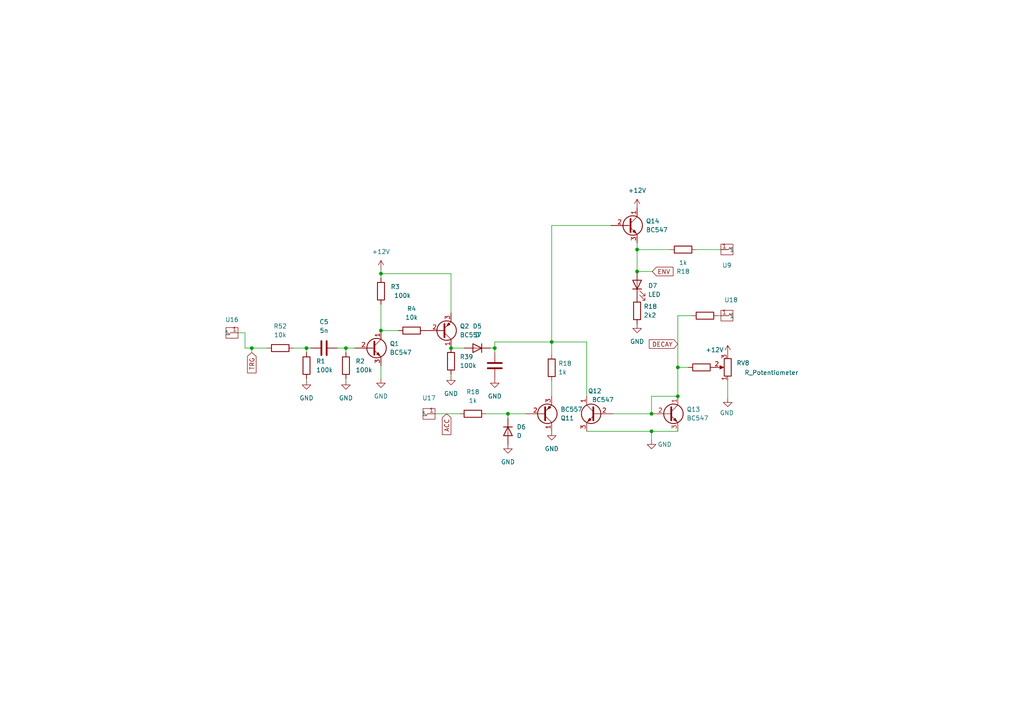
<source format=kicad_sch>
(kicad_sch (version 20230121) (generator eeschema)

  (uuid 369f1946-6e31-4c97-bfdd-cd1b8e4943d0)

  (paper "A4")

  (lib_symbols
    (symbol "Device:C" (pin_numbers hide) (pin_names (offset 0.254)) (in_bom yes) (on_board yes)
      (property "Reference" "C" (at 0.635 2.54 0)
        (effects (font (size 1.27 1.27)) (justify left))
      )
      (property "Value" "C" (at 0.635 -2.54 0)
        (effects (font (size 1.27 1.27)) (justify left))
      )
      (property "Footprint" "" (at 0.9652 -3.81 0)
        (effects (font (size 1.27 1.27)) hide)
      )
      (property "Datasheet" "~" (at 0 0 0)
        (effects (font (size 1.27 1.27)) hide)
      )
      (property "ki_keywords" "cap capacitor" (at 0 0 0)
        (effects (font (size 1.27 1.27)) hide)
      )
      (property "ki_description" "Unpolarized capacitor" (at 0 0 0)
        (effects (font (size 1.27 1.27)) hide)
      )
      (property "ki_fp_filters" "C_*" (at 0 0 0)
        (effects (font (size 1.27 1.27)) hide)
      )
      (symbol "C_0_1"
        (polyline
          (pts
            (xy -2.032 -0.762)
            (xy 2.032 -0.762)
          )
          (stroke (width 0.508) (type default))
          (fill (type none))
        )
        (polyline
          (pts
            (xy -2.032 0.762)
            (xy 2.032 0.762)
          )
          (stroke (width 0.508) (type default))
          (fill (type none))
        )
      )
      (symbol "C_1_1"
        (pin passive line (at 0 3.81 270) (length 2.794)
          (name "~" (effects (font (size 1.27 1.27))))
          (number "1" (effects (font (size 1.27 1.27))))
        )
        (pin passive line (at 0 -3.81 90) (length 2.794)
          (name "~" (effects (font (size 1.27 1.27))))
          (number "2" (effects (font (size 1.27 1.27))))
        )
      )
    )
    (symbol "Device:D" (pin_numbers hide) (pin_names (offset 1.016) hide) (in_bom yes) (on_board yes)
      (property "Reference" "D" (at 0 2.54 0)
        (effects (font (size 1.27 1.27)))
      )
      (property "Value" "D" (at 0 -2.54 0)
        (effects (font (size 1.27 1.27)))
      )
      (property "Footprint" "" (at 0 0 0)
        (effects (font (size 1.27 1.27)) hide)
      )
      (property "Datasheet" "~" (at 0 0 0)
        (effects (font (size 1.27 1.27)) hide)
      )
      (property "ki_keywords" "diode" (at 0 0 0)
        (effects (font (size 1.27 1.27)) hide)
      )
      (property "ki_description" "Diode" (at 0 0 0)
        (effects (font (size 1.27 1.27)) hide)
      )
      (property "ki_fp_filters" "TO-???* *_Diode_* *SingleDiode* D_*" (at 0 0 0)
        (effects (font (size 1.27 1.27)) hide)
      )
      (symbol "D_0_1"
        (polyline
          (pts
            (xy -1.27 1.27)
            (xy -1.27 -1.27)
          )
          (stroke (width 0.254) (type default))
          (fill (type none))
        )
        (polyline
          (pts
            (xy 1.27 0)
            (xy -1.27 0)
          )
          (stroke (width 0) (type default))
          (fill (type none))
        )
        (polyline
          (pts
            (xy 1.27 1.27)
            (xy 1.27 -1.27)
            (xy -1.27 0)
            (xy 1.27 1.27)
          )
          (stroke (width 0.254) (type default))
          (fill (type none))
        )
      )
      (symbol "D_1_1"
        (pin passive line (at -3.81 0 0) (length 2.54)
          (name "K" (effects (font (size 1.27 1.27))))
          (number "1" (effects (font (size 1.27 1.27))))
        )
        (pin passive line (at 3.81 0 180) (length 2.54)
          (name "A" (effects (font (size 1.27 1.27))))
          (number "2" (effects (font (size 1.27 1.27))))
        )
      )
    )
    (symbol "Device:LED" (pin_numbers hide) (pin_names (offset 1.016) hide) (in_bom yes) (on_board yes)
      (property "Reference" "D" (at 0 2.54 0)
        (effects (font (size 1.27 1.27)))
      )
      (property "Value" "LED" (at 0 -2.54 0)
        (effects (font (size 1.27 1.27)))
      )
      (property "Footprint" "" (at 0 0 0)
        (effects (font (size 1.27 1.27)) hide)
      )
      (property "Datasheet" "~" (at 0 0 0)
        (effects (font (size 1.27 1.27)) hide)
      )
      (property "ki_keywords" "LED diode" (at 0 0 0)
        (effects (font (size 1.27 1.27)) hide)
      )
      (property "ki_description" "Light emitting diode" (at 0 0 0)
        (effects (font (size 1.27 1.27)) hide)
      )
      (property "ki_fp_filters" "LED* LED_SMD:* LED_THT:*" (at 0 0 0)
        (effects (font (size 1.27 1.27)) hide)
      )
      (symbol "LED_0_1"
        (polyline
          (pts
            (xy -1.27 -1.27)
            (xy -1.27 1.27)
          )
          (stroke (width 0.254) (type default))
          (fill (type none))
        )
        (polyline
          (pts
            (xy -1.27 0)
            (xy 1.27 0)
          )
          (stroke (width 0) (type default))
          (fill (type none))
        )
        (polyline
          (pts
            (xy 1.27 -1.27)
            (xy 1.27 1.27)
            (xy -1.27 0)
            (xy 1.27 -1.27)
          )
          (stroke (width 0.254) (type default))
          (fill (type none))
        )
        (polyline
          (pts
            (xy -3.048 -0.762)
            (xy -4.572 -2.286)
            (xy -3.81 -2.286)
            (xy -4.572 -2.286)
            (xy -4.572 -1.524)
          )
          (stroke (width 0) (type default))
          (fill (type none))
        )
        (polyline
          (pts
            (xy -1.778 -0.762)
            (xy -3.302 -2.286)
            (xy -2.54 -2.286)
            (xy -3.302 -2.286)
            (xy -3.302 -1.524)
          )
          (stroke (width 0) (type default))
          (fill (type none))
        )
      )
      (symbol "LED_1_1"
        (pin passive line (at -3.81 0 0) (length 2.54)
          (name "K" (effects (font (size 1.27 1.27))))
          (number "1" (effects (font (size 1.27 1.27))))
        )
        (pin passive line (at 3.81 0 180) (length 2.54)
          (name "A" (effects (font (size 1.27 1.27))))
          (number "2" (effects (font (size 1.27 1.27))))
        )
      )
    )
    (symbol "Device:R" (pin_numbers hide) (pin_names (offset 0)) (in_bom yes) (on_board yes)
      (property "Reference" "R" (at 2.032 0 90)
        (effects (font (size 1.27 1.27)))
      )
      (property "Value" "R" (at 0 0 90)
        (effects (font (size 1.27 1.27)))
      )
      (property "Footprint" "" (at -1.778 0 90)
        (effects (font (size 1.27 1.27)) hide)
      )
      (property "Datasheet" "~" (at 0 0 0)
        (effects (font (size 1.27 1.27)) hide)
      )
      (property "ki_keywords" "R res resistor" (at 0 0 0)
        (effects (font (size 1.27 1.27)) hide)
      )
      (property "ki_description" "Resistor" (at 0 0 0)
        (effects (font (size 1.27 1.27)) hide)
      )
      (property "ki_fp_filters" "R_*" (at 0 0 0)
        (effects (font (size 1.27 1.27)) hide)
      )
      (symbol "R_0_1"
        (rectangle (start -1.016 -2.54) (end 1.016 2.54)
          (stroke (width 0.254) (type default))
          (fill (type none))
        )
      )
      (symbol "R_1_1"
        (pin passive line (at 0 3.81 270) (length 1.27)
          (name "~" (effects (font (size 1.27 1.27))))
          (number "1" (effects (font (size 1.27 1.27))))
        )
        (pin passive line (at 0 -3.81 90) (length 1.27)
          (name "~" (effects (font (size 1.27 1.27))))
          (number "2" (effects (font (size 1.27 1.27))))
        )
      )
    )
    (symbol "Device:R_Potentiometer" (pin_names (offset 1.016) hide) (in_bom yes) (on_board yes)
      (property "Reference" "RV" (at -4.445 0 90)
        (effects (font (size 1.27 1.27)))
      )
      (property "Value" "R_Potentiometer" (at -2.54 0 90)
        (effects (font (size 1.27 1.27)))
      )
      (property "Footprint" "" (at 0 0 0)
        (effects (font (size 1.27 1.27)) hide)
      )
      (property "Datasheet" "~" (at 0 0 0)
        (effects (font (size 1.27 1.27)) hide)
      )
      (property "ki_keywords" "resistor variable" (at 0 0 0)
        (effects (font (size 1.27 1.27)) hide)
      )
      (property "ki_description" "Potentiometer" (at 0 0 0)
        (effects (font (size 1.27 1.27)) hide)
      )
      (property "ki_fp_filters" "Potentiometer*" (at 0 0 0)
        (effects (font (size 1.27 1.27)) hide)
      )
      (symbol "R_Potentiometer_0_1"
        (polyline
          (pts
            (xy 2.54 0)
            (xy 1.524 0)
          )
          (stroke (width 0) (type default))
          (fill (type none))
        )
        (polyline
          (pts
            (xy 1.143 0)
            (xy 2.286 0.508)
            (xy 2.286 -0.508)
            (xy 1.143 0)
          )
          (stroke (width 0) (type default))
          (fill (type outline))
        )
        (rectangle (start 1.016 2.54) (end -1.016 -2.54)
          (stroke (width 0.254) (type default))
          (fill (type none))
        )
      )
      (symbol "R_Potentiometer_1_1"
        (pin passive line (at 0 3.81 270) (length 1.27)
          (name "1" (effects (font (size 1.27 1.27))))
          (number "1" (effects (font (size 1.27 1.27))))
        )
        (pin passive line (at 3.81 0 180) (length 1.27)
          (name "2" (effects (font (size 1.27 1.27))))
          (number "2" (effects (font (size 1.27 1.27))))
        )
        (pin passive line (at 0 -3.81 90) (length 1.27)
          (name "3" (effects (font (size 1.27 1.27))))
          (number "3" (effects (font (size 1.27 1.27))))
        )
      )
    )
    (symbol "HEJ:Aux_flush" (in_bom yes) (on_board yes)
      (property "Reference" "U" (at -0.0508 5.3848 0)
        (effects (font (size 1.27 1.27)))
      )
      (property "Value" "Aux_flush" (at 0 3.5052 0)
        (effects (font (size 1.27 1.27)) hide)
      )
      (property "Footprint" "" (at 0 0 0)
        (effects (font (size 1.27 1.27)) hide)
      )
      (property "Datasheet" "" (at 0 0 0)
        (effects (font (size 1.27 1.27)) hide)
      )
      (symbol "Aux_flush_0_1"
        (rectangle (start -1.778 1.524) (end 1.7272 -1.5748)
          (stroke (width 0) (type default))
          (fill (type none))
        )
        (polyline
          (pts
            (xy -1.2192 0.0508)
            (xy -0.8636 -0.6604)
            (xy -0.5588 0)
            (xy 1.6764 0)
          )
          (stroke (width 0) (type default))
          (fill (type none))
        )
      )
      (symbol "Aux_flush_1_1"
        (pin bidirectional line (at 1.7272 0 180) (length 2)
          (name "1" (effects (font (size 1.27 1.27))))
          (number "1" (effects (font (size 1.27 1.27))))
        )
      )
    )
    (symbol "Transistor_BJT:BC547" (pin_names (offset 0) hide) (in_bom yes) (on_board yes)
      (property "Reference" "Q" (at 5.08 1.905 0)
        (effects (font (size 1.27 1.27)) (justify left))
      )
      (property "Value" "BC547" (at 5.08 0 0)
        (effects (font (size 1.27 1.27)) (justify left))
      )
      (property "Footprint" "Package_TO_SOT_THT:TO-92_Inline" (at 5.08 -1.905 0)
        (effects (font (size 1.27 1.27) italic) (justify left) hide)
      )
      (property "Datasheet" "https://www.onsemi.com/pub/Collateral/BC550-D.pdf" (at 0 0 0)
        (effects (font (size 1.27 1.27)) (justify left) hide)
      )
      (property "ki_keywords" "NPN Transistor" (at 0 0 0)
        (effects (font (size 1.27 1.27)) hide)
      )
      (property "ki_description" "0.1A Ic, 45V Vce, Small Signal NPN Transistor, TO-92" (at 0 0 0)
        (effects (font (size 1.27 1.27)) hide)
      )
      (property "ki_fp_filters" "TO?92*" (at 0 0 0)
        (effects (font (size 1.27 1.27)) hide)
      )
      (symbol "BC547_0_1"
        (polyline
          (pts
            (xy 0 0)
            (xy 0.635 0)
          )
          (stroke (width 0) (type default))
          (fill (type none))
        )
        (polyline
          (pts
            (xy 0.635 0.635)
            (xy 2.54 2.54)
          )
          (stroke (width 0) (type default))
          (fill (type none))
        )
        (polyline
          (pts
            (xy 0.635 -0.635)
            (xy 2.54 -2.54)
            (xy 2.54 -2.54)
          )
          (stroke (width 0) (type default))
          (fill (type none))
        )
        (polyline
          (pts
            (xy 0.635 1.905)
            (xy 0.635 -1.905)
            (xy 0.635 -1.905)
          )
          (stroke (width 0.508) (type default))
          (fill (type none))
        )
        (polyline
          (pts
            (xy 1.27 -1.778)
            (xy 1.778 -1.27)
            (xy 2.286 -2.286)
            (xy 1.27 -1.778)
            (xy 1.27 -1.778)
          )
          (stroke (width 0) (type default))
          (fill (type outline))
        )
        (circle (center 1.27 0) (radius 2.8194)
          (stroke (width 0.254) (type default))
          (fill (type none))
        )
      )
      (symbol "BC547_1_1"
        (pin passive line (at 2.54 5.08 270) (length 2.54)
          (name "C" (effects (font (size 1.27 1.27))))
          (number "1" (effects (font (size 1.27 1.27))))
        )
        (pin input line (at -5.08 0 0) (length 5.08)
          (name "B" (effects (font (size 1.27 1.27))))
          (number "2" (effects (font (size 1.27 1.27))))
        )
        (pin passive line (at 2.54 -5.08 90) (length 2.54)
          (name "E" (effects (font (size 1.27 1.27))))
          (number "3" (effects (font (size 1.27 1.27))))
        )
      )
    )
    (symbol "Transistor_BJT:BC557" (pin_names (offset 0) hide) (in_bom yes) (on_board yes)
      (property "Reference" "Q" (at 5.08 1.905 0)
        (effects (font (size 1.27 1.27)) (justify left))
      )
      (property "Value" "BC557" (at 5.08 0 0)
        (effects (font (size 1.27 1.27)) (justify left))
      )
      (property "Footprint" "Package_TO_SOT_THT:TO-92_Inline" (at 5.08 -1.905 0)
        (effects (font (size 1.27 1.27) italic) (justify left) hide)
      )
      (property "Datasheet" "https://www.onsemi.com/pub/Collateral/BC556BTA-D.pdf" (at 0 0 0)
        (effects (font (size 1.27 1.27)) (justify left) hide)
      )
      (property "ki_keywords" "PNP Transistor" (at 0 0 0)
        (effects (font (size 1.27 1.27)) hide)
      )
      (property "ki_description" "0.1A Ic, 45V Vce, PNP Small Signal Transistor, TO-92" (at 0 0 0)
        (effects (font (size 1.27 1.27)) hide)
      )
      (property "ki_fp_filters" "TO?92*" (at 0 0 0)
        (effects (font (size 1.27 1.27)) hide)
      )
      (symbol "BC557_0_1"
        (polyline
          (pts
            (xy 0.635 0.635)
            (xy 2.54 2.54)
          )
          (stroke (width 0) (type default))
          (fill (type none))
        )
        (polyline
          (pts
            (xy 0.635 -0.635)
            (xy 2.54 -2.54)
            (xy 2.54 -2.54)
          )
          (stroke (width 0) (type default))
          (fill (type none))
        )
        (polyline
          (pts
            (xy 0.635 1.905)
            (xy 0.635 -1.905)
            (xy 0.635 -1.905)
          )
          (stroke (width 0.508) (type default))
          (fill (type none))
        )
        (polyline
          (pts
            (xy 2.286 -1.778)
            (xy 1.778 -2.286)
            (xy 1.27 -1.27)
            (xy 2.286 -1.778)
            (xy 2.286 -1.778)
          )
          (stroke (width 0) (type default))
          (fill (type outline))
        )
        (circle (center 1.27 0) (radius 2.8194)
          (stroke (width 0.254) (type default))
          (fill (type none))
        )
      )
      (symbol "BC557_1_1"
        (pin passive line (at 2.54 5.08 270) (length 2.54)
          (name "C" (effects (font (size 1.27 1.27))))
          (number "1" (effects (font (size 1.27 1.27))))
        )
        (pin input line (at -5.08 0 0) (length 5.715)
          (name "B" (effects (font (size 1.27 1.27))))
          (number "2" (effects (font (size 1.27 1.27))))
        )
        (pin passive line (at 2.54 -5.08 90) (length 2.54)
          (name "E" (effects (font (size 1.27 1.27))))
          (number "3" (effects (font (size 1.27 1.27))))
        )
      )
    )
    (symbol "power:+12V" (power) (pin_names (offset 0)) (in_bom yes) (on_board yes)
      (property "Reference" "#PWR" (at 0 -3.81 0)
        (effects (font (size 1.27 1.27)) hide)
      )
      (property "Value" "+12V" (at 0 3.556 0)
        (effects (font (size 1.27 1.27)))
      )
      (property "Footprint" "" (at 0 0 0)
        (effects (font (size 1.27 1.27)) hide)
      )
      (property "Datasheet" "" (at 0 0 0)
        (effects (font (size 1.27 1.27)) hide)
      )
      (property "ki_keywords" "power-flag" (at 0 0 0)
        (effects (font (size 1.27 1.27)) hide)
      )
      (property "ki_description" "Power symbol creates a global label with name \"+12V\"" (at 0 0 0)
        (effects (font (size 1.27 1.27)) hide)
      )
      (symbol "+12V_0_1"
        (polyline
          (pts
            (xy -0.762 1.27)
            (xy 0 2.54)
          )
          (stroke (width 0) (type default))
          (fill (type none))
        )
        (polyline
          (pts
            (xy 0 0)
            (xy 0 2.54)
          )
          (stroke (width 0) (type default))
          (fill (type none))
        )
        (polyline
          (pts
            (xy 0 2.54)
            (xy 0.762 1.27)
          )
          (stroke (width 0) (type default))
          (fill (type none))
        )
      )
      (symbol "+12V_1_1"
        (pin power_in line (at 0 0 90) (length 0) hide
          (name "+12V" (effects (font (size 1.27 1.27))))
          (number "1" (effects (font (size 1.27 1.27))))
        )
      )
    )
    (symbol "power:GND" (power) (pin_names (offset 0)) (in_bom yes) (on_board yes)
      (property "Reference" "#PWR" (at 0 -6.35 0)
        (effects (font (size 1.27 1.27)) hide)
      )
      (property "Value" "GND" (at 0 -3.81 0)
        (effects (font (size 1.27 1.27)))
      )
      (property "Footprint" "" (at 0 0 0)
        (effects (font (size 1.27 1.27)) hide)
      )
      (property "Datasheet" "" (at 0 0 0)
        (effects (font (size 1.27 1.27)) hide)
      )
      (property "ki_keywords" "power-flag" (at 0 0 0)
        (effects (font (size 1.27 1.27)) hide)
      )
      (property "ki_description" "Power symbol creates a global label with name \"GND\" , ground" (at 0 0 0)
        (effects (font (size 1.27 1.27)) hide)
      )
      (symbol "GND_0_1"
        (polyline
          (pts
            (xy 0 0)
            (xy 0 -1.27)
            (xy 1.27 -1.27)
            (xy 0 -2.54)
            (xy -1.27 -1.27)
            (xy 0 -1.27)
          )
          (stroke (width 0) (type default))
          (fill (type none))
        )
      )
      (symbol "GND_1_1"
        (pin power_in line (at 0 0 270) (length 0) hide
          (name "GND" (effects (font (size 1.27 1.27))))
          (number "1" (effects (font (size 1.27 1.27))))
        )
      )
    )
  )

  (junction (at 184.785 72.39) (diameter 0) (color 0 0 0 0)
    (uuid 0cbe00db-ad88-4a09-80ec-5e3aa3cbf9d5)
  )
  (junction (at 110.49 95.885) (diameter 0) (color 0 0 0 0)
    (uuid 436fbb46-13f4-4900-a0c6-8577a1847f7b)
  )
  (junction (at 110.49 79.375) (diameter 0) (color 0 0 0 0)
    (uuid 4de86cd8-0706-424a-a5ea-c7e87fdb3209)
  )
  (junction (at 73.025 100.965) (diameter 0) (color 0 0 0 0)
    (uuid 6b39ca10-b1d5-4a6c-999c-382c4b149fb3)
  )
  (junction (at 196.596 106.553) (diameter 0) (color 0 0 0 0)
    (uuid 703ec931-1ca7-4fd8-9ba0-c9561894ffb4)
  )
  (junction (at 147.32 120.015) (diameter 0) (color 0 0 0 0)
    (uuid 7d7703e4-1add-418f-ab95-5b1ff81a2681)
  )
  (junction (at 130.81 100.965) (diameter 0) (color 0 0 0 0)
    (uuid 98d16766-a7ad-4bed-84f1-cff4eff98676)
  )
  (junction (at 88.9 100.965) (diameter 0) (color 0 0 0 0)
    (uuid 9af218f3-8dcb-4c76-9d4e-5840856caadf)
  )
  (junction (at 196.596 114.935) (diameter 0) (color 0 0 0 0)
    (uuid bd4756e8-bc54-44d3-96c6-5495596b795a)
  )
  (junction (at 184.785 78.74) (diameter 0) (color 0 0 0 0)
    (uuid c16956f7-c98a-4f47-9973-c39f9748409c)
  )
  (junction (at 188.976 120.015) (diameter 0) (color 0 0 0 0)
    (uuid c96d7708-da78-4b8e-97d2-86d076b67c46)
  )
  (junction (at 100.33 100.965) (diameter 0) (color 0 0 0 0)
    (uuid ce310948-2930-4a97-9032-8f5c421da278)
  )
  (junction (at 160.02 99.187) (diameter 0) (color 0 0 0 0)
    (uuid d430b6d7-442f-4528-b8b6-b6334b762f48)
  )
  (junction (at 143.51 100.965) (diameter 0) (color 0 0 0 0)
    (uuid dfa99a79-80a9-41dd-90ac-c58153a8ec9d)
  )
  (junction (at 188.976 125.095) (diameter 0) (color 0 0 0 0)
    (uuid ffaf03b4-37af-4cc1-956c-bfd0ef2e8636)
  )

  (wire (pts (xy 188.976 125.095) (xy 196.596 125.095))
    (stroke (width 0) (type default))
    (uuid 042d7479-04ad-4bfd-8031-bc55629123e5)
  )
  (wire (pts (xy 170.18 125.095) (xy 188.976 125.095))
    (stroke (width 0) (type default))
    (uuid 085d856d-a78f-4572-92d6-3f7d89a3380c)
  )
  (wire (pts (xy 194.31 72.39) (xy 184.785 72.39))
    (stroke (width 0) (type default))
    (uuid 0c234301-5664-48c3-a735-6c5de1d7f461)
  )
  (wire (pts (xy 110.49 79.375) (xy 110.49 80.645))
    (stroke (width 0) (type default))
    (uuid 0eca20b1-29f9-43dc-b3cd-f3d844040895)
  )
  (wire (pts (xy 88.9 100.965) (xy 90.17 100.965))
    (stroke (width 0) (type default))
    (uuid 14619d7d-83d5-4a57-be5a-9c7d6b0ec938)
  )
  (wire (pts (xy 196.596 91.567) (xy 196.596 106.553))
    (stroke (width 0) (type default))
    (uuid 1538424d-f0d9-49ef-bdac-47b2ed6ba01a)
  )
  (wire (pts (xy 143.51 100.965) (xy 143.51 102.235))
    (stroke (width 0) (type default))
    (uuid 15abcb0b-e893-47bb-9e7b-baa33da1a23b)
  )
  (wire (pts (xy 184.785 78.74) (xy 189.23 78.74))
    (stroke (width 0) (type default))
    (uuid 179e085b-93fe-4a9b-9e2c-9896a7f15da2)
  )
  (wire (pts (xy 126.1872 120.015) (xy 133.35 120.015))
    (stroke (width 0) (type default))
    (uuid 188135b4-15fe-4545-afa5-bdf813f064f6)
  )
  (wire (pts (xy 88.9 102.235) (xy 88.9 100.965))
    (stroke (width 0) (type default))
    (uuid 19426d30-a80e-4eab-952e-235656d00ae1)
  )
  (wire (pts (xy 71.0608 100.965) (xy 73.025 100.965))
    (stroke (width 0) (type default))
    (uuid 23ef7a8a-b835-460f-9cbe-844f48816431)
  )
  (wire (pts (xy 188.976 125.095) (xy 188.976 127.635))
    (stroke (width 0) (type default))
    (uuid 283740b7-a7a2-4119-ad76-3218af34c311)
  )
  (wire (pts (xy 208.28 91.567) (xy 209.0928 91.567))
    (stroke (width 0) (type default))
    (uuid 2d9c7f58-895d-4431-b5c4-9c1ecea06d56)
  )
  (wire (pts (xy 160.02 99.187) (xy 170.18 99.187))
    (stroke (width 0) (type default))
    (uuid 2ea1f71f-d7ac-41a5-804a-669a5824a6fb)
  )
  (wire (pts (xy 177.8 120.015) (xy 188.976 120.015))
    (stroke (width 0) (type default))
    (uuid 341aaf92-7ebe-4e15-9559-d79bad5b1208)
  )
  (wire (pts (xy 69.0372 96.52) (xy 71.0608 96.52))
    (stroke (width 0) (type default))
    (uuid 41f75501-a964-43ca-a2af-a9460517eca3)
  )
  (wire (pts (xy 209.0928 72.39) (xy 201.93 72.39))
    (stroke (width 0) (type default))
    (uuid 449e0ee3-4fac-4c23-881c-68425d708b23)
  )
  (wire (pts (xy 100.33 100.965) (xy 102.87 100.965))
    (stroke (width 0) (type default))
    (uuid 46316d0e-d3aa-4c7c-9833-2aea5113cbc0)
  )
  (wire (pts (xy 188.976 120.015) (xy 188.976 114.935))
    (stroke (width 0) (type default))
    (uuid 47dba6d6-5d77-4a51-9cc0-89cd5cdd961d)
  )
  (wire (pts (xy 100.33 109.855) (xy 100.33 110.363))
    (stroke (width 0) (type default))
    (uuid 4f717c3f-cb66-4efb-910e-f2023e8654f3)
  )
  (wire (pts (xy 142.24 100.965) (xy 143.51 100.965))
    (stroke (width 0) (type default))
    (uuid 56569184-9eb1-40c0-859d-2dc8a515d708)
  )
  (wire (pts (xy 88.9 109.855) (xy 88.9 110.363))
    (stroke (width 0) (type default))
    (uuid 5cf0b8ba-ef8f-4dde-ae2f-a6de83a2a116)
  )
  (wire (pts (xy 143.51 99.187) (xy 143.51 100.965))
    (stroke (width 0) (type default))
    (uuid 5db736ca-c262-4928-97d1-b8ca02838b45)
  )
  (wire (pts (xy 147.32 120.015) (xy 152.4 120.015))
    (stroke (width 0) (type default))
    (uuid 5e1eba82-9f81-44ee-b7af-c30a9dbd5e6c)
  )
  (wire (pts (xy 188.976 114.935) (xy 196.596 114.935))
    (stroke (width 0) (type default))
    (uuid 5f388691-03cc-403b-8725-6620b2e81a21)
  )
  (wire (pts (xy 211.074 110.363) (xy 211.074 115.443))
    (stroke (width 0) (type default))
    (uuid 655e52de-15dd-4f6c-8e50-c8c595c0e9d4)
  )
  (wire (pts (xy 73.025 100.965) (xy 77.47 100.965))
    (stroke (width 0) (type default))
    (uuid 656c008f-94e5-4116-bf90-061f71b54e39)
  )
  (wire (pts (xy 170.18 99.187) (xy 170.18 114.935))
    (stroke (width 0) (type default))
    (uuid 6ffadd0d-e0da-4da8-becc-766d69dfde52)
  )
  (wire (pts (xy 110.49 95.885) (xy 115.57 95.885))
    (stroke (width 0) (type default))
    (uuid 70f2037c-6644-4f39-b369-4f7b679559f3)
  )
  (wire (pts (xy 143.51 99.187) (xy 160.02 99.187))
    (stroke (width 0) (type default))
    (uuid 75360bb0-942f-4e3d-b467-cf2c02385fe3)
  )
  (wire (pts (xy 85.09 100.965) (xy 88.9 100.965))
    (stroke (width 0) (type default))
    (uuid 79c6198e-d900-40fb-8931-902bcb35dbd9)
  )
  (wire (pts (xy 110.49 78.105) (xy 110.49 79.375))
    (stroke (width 0) (type default))
    (uuid 7a0297e9-41d6-429b-b9f2-192addd05edd)
  )
  (wire (pts (xy 200.66 91.567) (xy 196.596 91.567))
    (stroke (width 0) (type default))
    (uuid 7f7037f4-e2ef-467b-a82f-a0301e7efa17)
  )
  (wire (pts (xy 184.785 72.39) (xy 184.785 78.74))
    (stroke (width 0) (type default))
    (uuid 87d31d29-b8d7-4136-be39-d0f6aa4ffc9e)
  )
  (wire (pts (xy 130.81 108.585) (xy 130.81 109.093))
    (stroke (width 0) (type default))
    (uuid 896da71b-acc0-4899-ae34-850d2b0f5e8a)
  )
  (wire (pts (xy 199.644 106.553) (xy 196.596 106.553))
    (stroke (width 0) (type default))
    (uuid 8b4322f8-518b-4977-a468-79bb72cebb05)
  )
  (wire (pts (xy 147.32 121.285) (xy 147.32 120.015))
    (stroke (width 0) (type default))
    (uuid 8f0f7d33-2515-4b80-b409-754da810c233)
  )
  (wire (pts (xy 71.0608 100.965) (xy 71.0608 96.52))
    (stroke (width 0) (type default))
    (uuid 989dadb6-9f61-440c-b232-fa5b3ba48f70)
  )
  (wire (pts (xy 160.02 99.187) (xy 160.02 65.405))
    (stroke (width 0) (type default))
    (uuid 9ebdf02e-dff1-48cc-83d2-3c1399a05648)
  )
  (wire (pts (xy 130.81 79.375) (xy 130.81 90.805))
    (stroke (width 0) (type default))
    (uuid aec8fe0b-0918-48d7-9436-0488fb9e96fc)
  )
  (wire (pts (xy 110.49 88.265) (xy 110.49 95.885))
    (stroke (width 0) (type default))
    (uuid b00c41a7-302a-4ce8-be6d-205af7df3b58)
  )
  (wire (pts (xy 110.49 109.855) (xy 110.49 106.045))
    (stroke (width 0) (type default))
    (uuid b8a4249d-aef9-4ebb-918e-edfeffaf201f)
  )
  (wire (pts (xy 184.785 70.485) (xy 184.785 72.39))
    (stroke (width 0) (type default))
    (uuid cf250f74-1141-44db-b445-06260d91a0ce)
  )
  (wire (pts (xy 196.596 106.553) (xy 196.596 114.935))
    (stroke (width 0) (type default))
    (uuid d22bb982-6223-4c5d-a5df-f169addf750a)
  )
  (wire (pts (xy 130.81 100.965) (xy 134.62 100.965))
    (stroke (width 0) (type default))
    (uuid d56fcd1a-1ef9-4a70-b586-01175ac5ae5e)
  )
  (wire (pts (xy 110.49 79.375) (xy 130.81 79.375))
    (stroke (width 0) (type default))
    (uuid dddf4d01-ffff-455c-82b0-889aaac5dbd2)
  )
  (wire (pts (xy 100.33 102.235) (xy 100.33 100.965))
    (stroke (width 0) (type default))
    (uuid e4310bbb-0c37-46e0-96c5-26f252008fcb)
  )
  (wire (pts (xy 100.33 100.965) (xy 97.79 100.965))
    (stroke (width 0) (type default))
    (uuid e5c4f165-f0ba-46bd-84c0-6cf2b38e9e44)
  )
  (wire (pts (xy 160.02 110.49) (xy 160.02 114.935))
    (stroke (width 0) (type default))
    (uuid ebabf3d2-6a1f-457f-a1da-dc14971e5b5f)
  )
  (wire (pts (xy 160.02 65.405) (xy 177.165 65.405))
    (stroke (width 0) (type default))
    (uuid f49b817f-25ac-4118-826e-09b28ac7f93a)
  )
  (wire (pts (xy 140.97 120.015) (xy 147.32 120.015))
    (stroke (width 0) (type default))
    (uuid f511a3eb-8787-4ecf-977f-fcb530387070)
  )
  (wire (pts (xy 73.025 102.235) (xy 73.025 100.965))
    (stroke (width 0) (type default))
    (uuid fbccdcb5-742b-4df1-8a14-ed6cfc2dcb18)
  )
  (wire (pts (xy 160.02 99.187) (xy 160.02 102.87))
    (stroke (width 0) (type default))
    (uuid fe666871-156c-441e-9cbe-cb7fe0a8f8a6)
  )

  (global_label "ENV" (shape input) (at 189.23 78.74 0) (fields_autoplaced)
    (effects (font (size 1.27 1.27)) (justify left))
    (uuid 31afa15a-c5b9-4154-8129-830652c825c2)
    (property "Intersheetrefs" "${INTERSHEET_REFS}" (at 195.7833 78.74 0)
      (effects (font (size 1.27 1.27)) (justify left) hide)
    )
  )
  (global_label "TRG" (shape input) (at 73.025 102.235 270) (fields_autoplaced)
    (effects (font (size 1.27 1.27)) (justify right))
    (uuid 61de6301-5f6d-48a0-8551-031bc0e85822)
    (property "Intersheetrefs" "${INTERSHEET_REFS}" (at 73.025 108.7278 90)
      (effects (font (size 1.27 1.27)) (justify right) hide)
    )
  )
  (global_label "ACC" (shape input) (at 129.54 120.015 270) (fields_autoplaced)
    (effects (font (size 1.27 1.27)) (justify right))
    (uuid e9696efc-2657-4f12-851a-11cff1d23133)
    (property "Intersheetrefs" "${INTERSHEET_REFS}" (at 129.54 126.6288 90)
      (effects (font (size 1.27 1.27)) (justify right) hide)
    )
  )
  (global_label "DECAY" (shape input) (at 196.596 99.79 180) (fields_autoplaced)
    (effects (font (size 1.27 1.27)) (justify right))
    (uuid f2caabd5-58da-4917-83e8-e4bf72e18c18)
    (property "Intersheetrefs" "${INTERSHEET_REFS}" (at 187.7446 99.79 0)
      (effects (font (size 1.27 1.27)) (justify right) hide)
    )
  )

  (symbol (lib_id "Device:R") (at 203.454 106.553 270) (unit 1)
    (in_bom yes) (on_board yes) (dnp no) (fields_autoplaced)
    (uuid 055f6fb2-cd0b-406d-bcea-892603fc8013)
    (property "Reference" "R48" (at 202.1839 103.759 0)
      (effects (font (size 1.27 1.27)) (justify right) hide)
    )
    (property "Value" "100k" (at 204.7239 103.759 0)
      (effects (font (size 1.27 1.27)) (justify right) hide)
    )
    (property "Footprint" "Resistor_THT:R_Axial_DIN0207_L6.3mm_D2.5mm_P7.62mm_Horizontal" (at 203.454 104.775 90)
      (effects (font (size 1.27 1.27)) hide)
    )
    (property "Datasheet" "~" (at 203.454 106.553 0)
      (effects (font (size 1.27 1.27)) hide)
    )
    (pin "1" (uuid 7096756b-f540-465e-a091-f0bbfb67535a))
    (pin "2" (uuid fceca7e0-de6b-41ae-b90c-90fe34a66f29))
    (instances
      (project "Voice"
        (path "/36b978dd-1fd4-4588-80ff-65fc893d96df/63fe9aaf-4fc0-4ebb-abc7-a5f3b6a257ad"
          (reference "R48") (unit 1)
        )
      )
      (project "Bells"
        (path "/8628e39a-e662-41f9-8932-23b66a7d8f27"
          (reference "R10") (unit 1)
        )
        (path "/8628e39a-e662-41f9-8932-23b66a7d8f27/334695e2-1b07-4464-b316-44f40cfd812a"
          (reference "R53") (unit 1)
        )
        (path "/8628e39a-e662-41f9-8932-23b66a7d8f27/4007cb73-c905-4e79-a6ea-14dcab219045"
          (reference "R6") (unit 1)
        )
      )
      (project "Drum"
        (path "/98143dfc-26b3-4fe2-8ea0-3a6505a381c7"
          (reference "R10") (unit 1)
        )
      )
      (project "Bell"
        (path "/af9b8109-582d-4bcb-aeaa-d804c6973c3c"
          (reference "R20") (unit 1)
        )
      )
      (project "VCF"
        (path "/d6cc6494-bdad-4670-b5b4-2c694da92d9a"
          (reference "R18") (unit 1)
        )
      )
    )
  )

  (symbol (lib_id "power:GND") (at 160.02 125.095 0) (unit 1)
    (in_bom yes) (on_board yes) (dnp no) (fields_autoplaced)
    (uuid 0717e610-c336-4184-b376-c295c39866b4)
    (property "Reference" "#PWR052" (at 160.02 131.445 0)
      (effects (font (size 1.27 1.27)) hide)
    )
    (property "Value" "GND" (at 160.02 130.175 0)
      (effects (font (size 1.27 1.27)))
    )
    (property "Footprint" "" (at 160.02 125.095 0)
      (effects (font (size 1.27 1.27)) hide)
    )
    (property "Datasheet" "" (at 160.02 125.095 0)
      (effects (font (size 1.27 1.27)) hide)
    )
    (pin "1" (uuid 7fc69fe9-f146-43c8-8f91-41c4cfbf5d13))
    (instances
      (project "Voice"
        (path "/36b978dd-1fd4-4588-80ff-65fc893d96df/63fe9aaf-4fc0-4ebb-abc7-a5f3b6a257ad"
          (reference "#PWR052") (unit 1)
        )
      )
      (project "LFO"
        (path "/7aef6de5-deb3-4adf-93fc-662562fe65a5"
          (reference "#PWR0102") (unit 1)
        )
      )
      (project "Bells"
        (path "/8628e39a-e662-41f9-8932-23b66a7d8f27/334695e2-1b07-4464-b316-44f40cfd812a"
          (reference "#PWR047") (unit 1)
        )
        (path "/8628e39a-e662-41f9-8932-23b66a7d8f27/4007cb73-c905-4e79-a6ea-14dcab219045"
          (reference "#PWR026") (unit 1)
        )
      )
      (project "Bell"
        (path "/af9b8109-582d-4bcb-aeaa-d804c6973c3c"
          (reference "#PWR022") (unit 1)
        )
      )
    )
  )

  (symbol (lib_id "Device:D") (at 147.32 125.095 270) (unit 1)
    (in_bom yes) (on_board yes) (dnp no) (fields_autoplaced)
    (uuid 22b9856a-3e3d-4651-9980-3dcae3d217d4)
    (property "Reference" "D6" (at 149.86 123.825 90)
      (effects (font (size 1.27 1.27)) (justify left))
    )
    (property "Value" "D" (at 149.86 126.365 90)
      (effects (font (size 1.27 1.27)) (justify left))
    )
    (property "Footprint" "Diode_THT:D_A-405_P7.62mm_Horizontal" (at 147.32 125.095 0)
      (effects (font (size 1.27 1.27)) hide)
    )
    (property "Datasheet" "~" (at 147.32 125.095 0)
      (effects (font (size 1.27 1.27)) hide)
    )
    (property "Sim.Device" "D" (at 147.32 125.095 0)
      (effects (font (size 1.27 1.27)) hide)
    )
    (property "Sim.Pins" "1=K 2=A" (at 147.32 125.095 0)
      (effects (font (size 1.27 1.27)) hide)
    )
    (pin "1" (uuid 870a9420-967d-4f5a-8e61-cd97c5369620))
    (pin "2" (uuid f1c9ca5b-f6ee-4223-abf5-3c975bfeeeaa))
    (instances
      (project "Voice"
        (path "/36b978dd-1fd4-4588-80ff-65fc893d96df/63fe9aaf-4fc0-4ebb-abc7-a5f3b6a257ad"
          (reference "D6") (unit 1)
        )
      )
      (project "Bells"
        (path "/8628e39a-e662-41f9-8932-23b66a7d8f27"
          (reference "D2") (unit 1)
        )
        (path "/8628e39a-e662-41f9-8932-23b66a7d8f27/334695e2-1b07-4464-b316-44f40cfd812a"
          (reference "D5") (unit 1)
        )
        (path "/8628e39a-e662-41f9-8932-23b66a7d8f27/4007cb73-c905-4e79-a6ea-14dcab219045"
          (reference "D2") (unit 1)
        )
      )
      (project "Drum"
        (path "/98143dfc-26b3-4fe2-8ea0-3a6505a381c7"
          (reference "D1") (unit 1)
        )
      )
      (project "Bell"
        (path "/af9b8109-582d-4bcb-aeaa-d804c6973c3c"
          (reference "D2") (unit 1)
        )
      )
    )
  )

  (symbol (lib_id "power:GND") (at 184.785 93.98 0) (unit 1)
    (in_bom yes) (on_board yes) (dnp no) (fields_autoplaced)
    (uuid 24ab4e08-dd3b-40d0-b46f-5d8b9349c788)
    (property "Reference" "#PWR023" (at 184.785 100.33 0)
      (effects (font (size 1.27 1.27)) hide)
    )
    (property "Value" "GND" (at 184.785 99.06 0)
      (effects (font (size 1.27 1.27)))
    )
    (property "Footprint" "" (at 184.785 93.98 0)
      (effects (font (size 1.27 1.27)) hide)
    )
    (property "Datasheet" "" (at 184.785 93.98 0)
      (effects (font (size 1.27 1.27)) hide)
    )
    (pin "1" (uuid ba1b2e4b-4db3-423d-8be1-ad0b0c6e4ec4))
    (instances
      (project "Voice"
        (path "/36b978dd-1fd4-4588-80ff-65fc893d96df/63fe9aaf-4fc0-4ebb-abc7-a5f3b6a257ad"
          (reference "#PWR023") (unit 1)
        )
      )
      (project "LFO"
        (path "/7aef6de5-deb3-4adf-93fc-662562fe65a5"
          (reference "#PWR0102") (unit 1)
        )
      )
      (project "Bells"
        (path "/8628e39a-e662-41f9-8932-23b66a7d8f27/334695e2-1b07-4464-b316-44f40cfd812a"
          (reference "#PWR047") (unit 1)
        )
        (path "/8628e39a-e662-41f9-8932-23b66a7d8f27/4007cb73-c905-4e79-a6ea-14dcab219045"
          (reference "#PWR026") (unit 1)
        )
      )
      (project "Bell"
        (path "/af9b8109-582d-4bcb-aeaa-d804c6973c3c"
          (reference "#PWR022") (unit 1)
        )
      )
    )
  )

  (symbol (lib_id "Device:R_Potentiometer") (at 211.074 106.553 180) (unit 1)
    (in_bom yes) (on_board yes) (dnp no)
    (uuid 2763452e-9eb0-473f-b1dd-7d9e938f11f2)
    (property "Reference" "RV8" (at 213.614 105.283 0)
      (effects (font (size 1.27 1.27)) (justify right))
    )
    (property "Value" "R_Potentiometer" (at 215.9 108.077 0)
      (effects (font (size 1.27 1.27)) (justify right))
    )
    (property "Footprint" "Library:AlpsPot" (at 211.074 106.553 0)
      (effects (font (size 1.27 1.27)) hide)
    )
    (property "Datasheet" "~" (at 211.074 106.553 0)
      (effects (font (size 1.27 1.27)) hide)
    )
    (pin "1" (uuid 1618a4a7-d26f-4543-81c6-534b3e19832e))
    (pin "2" (uuid 0cc2005b-23b5-4b3e-b12e-b9f094211484))
    (pin "3" (uuid 0cb0230d-5365-4bcb-9321-277336040b48))
    (instances
      (project "Voice"
        (path "/36b978dd-1fd4-4588-80ff-65fc893d96df/63fe9aaf-4fc0-4ebb-abc7-a5f3b6a257ad"
          (reference "RV8") (unit 1)
        )
      )
      (project "Bell"
        (path "/af9b8109-582d-4bcb-aeaa-d804c6973c3c"
          (reference "RV3") (unit 1)
        )
      )
    )
  )

  (symbol (lib_id "Transistor_BJT:BC557") (at 157.48 120.015 0) (mirror x) (unit 1)
    (in_bom yes) (on_board yes) (dnp no)
    (uuid 2b3676c7-de9b-4a5d-aed0-f4e4077d1fe9)
    (property "Reference" "Q11" (at 162.56 121.285 0)
      (effects (font (size 1.27 1.27)) (justify left))
    )
    (property "Value" "BC557" (at 162.56 118.745 0)
      (effects (font (size 1.27 1.27)) (justify left))
    )
    (property "Footprint" "Package_TO_SOT_THT:TO-92L_Inline_Wide" (at 162.56 118.11 0)
      (effects (font (size 1.27 1.27) italic) (justify left) hide)
    )
    (property "Datasheet" "https://www.onsemi.com/pub/Collateral/BC556BTA-D.pdf" (at 157.48 120.015 0)
      (effects (font (size 1.27 1.27)) (justify left) hide)
    )
    (pin "3" (uuid b9348fc4-7df8-4b16-9864-8da87d7491dc))
    (pin "1" (uuid 7332e8ed-e6cd-41df-a74f-0b746f317212))
    (pin "2" (uuid 4fdf97df-9341-4b0d-9ee4-27dcc8eb4b88))
    (instances
      (project "Voice"
        (path "/36b978dd-1fd4-4588-80ff-65fc893d96df/63fe9aaf-4fc0-4ebb-abc7-a5f3b6a257ad"
          (reference "Q11") (unit 1)
        )
      )
      (project "Bells"
        (path "/8628e39a-e662-41f9-8932-23b66a7d8f27"
          (reference "Q2") (unit 1)
        )
        (path "/8628e39a-e662-41f9-8932-23b66a7d8f27/334695e2-1b07-4464-b316-44f40cfd812a"
          (reference "Q9") (unit 1)
        )
        (path "/8628e39a-e662-41f9-8932-23b66a7d8f27/4007cb73-c905-4e79-a6ea-14dcab219045"
          (reference "Q2") (unit 1)
        )
      )
      (project "Drum"
        (path "/98143dfc-26b3-4fe2-8ea0-3a6505a381c7"
          (reference "Q4") (unit 1)
        )
      )
      (project "Bell"
        (path "/af9b8109-582d-4bcb-aeaa-d804c6973c3c"
          (reference "Q2") (unit 1)
        )
      )
    )
  )

  (symbol (lib_id "power:+12V") (at 211.074 102.743 0) (unit 1)
    (in_bom yes) (on_board yes) (dnp no)
    (uuid 2b93703e-6d42-4b84-b7c3-e158297168ff)
    (property "Reference" "#PWR054" (at 211.074 106.553 0)
      (effects (font (size 1.27 1.27)) hide)
    )
    (property "Value" "+12V" (at 207.264 101.473 0)
      (effects (font (size 1.27 1.27)))
    )
    (property "Footprint" "" (at 211.074 102.743 0)
      (effects (font (size 1.27 1.27)) hide)
    )
    (property "Datasheet" "" (at 211.074 102.743 0)
      (effects (font (size 1.27 1.27)) hide)
    )
    (pin "1" (uuid f683421e-f767-49be-bbf5-0e8883c9acc4))
    (instances
      (project "Voice"
        (path "/36b978dd-1fd4-4588-80ff-65fc893d96df/63fe9aaf-4fc0-4ebb-abc7-a5f3b6a257ad"
          (reference "#PWR054") (unit 1)
        )
      )
      (project "Bells"
        (path "/8628e39a-e662-41f9-8932-23b66a7d8f27"
          (reference "#PWR014") (unit 1)
        )
        (path "/8628e39a-e662-41f9-8932-23b66a7d8f27/334695e2-1b07-4464-b316-44f40cfd812a"
          (reference "#PWR040") (unit 1)
        )
        (path "/8628e39a-e662-41f9-8932-23b66a7d8f27/4007cb73-c905-4e79-a6ea-14dcab219045"
          (reference "#PWR013") (unit 1)
        )
      )
      (project "Drum"
        (path "/98143dfc-26b3-4fe2-8ea0-3a6505a381c7"
          (reference "#PWR033") (unit 1)
        )
      )
      (project "Bell"
        (path "/af9b8109-582d-4bcb-aeaa-d804c6973c3c"
          (reference "#PWR016") (unit 1)
        )
      )
      (project "VCF"
        (path "/d6cc6494-bdad-4670-b5b4-2c694da92d9a"
          (reference "#PWR0105") (unit 1)
        )
      )
    )
  )

  (symbol (lib_id "Device:R") (at 110.49 84.455 180) (unit 1)
    (in_bom yes) (on_board yes) (dnp no)
    (uuid 2c7db650-af4d-4812-b81f-ac24054b951b)
    (property "Reference" "R3" (at 113.284 83.1849 0)
      (effects (font (size 1.27 1.27)) (justify right))
    )
    (property "Value" "100k" (at 114.3 85.725 0)
      (effects (font (size 1.27 1.27)) (justify right))
    )
    (property "Footprint" "Resistor_THT:R_Axial_DIN0207_L6.3mm_D2.5mm_P7.62mm_Horizontal" (at 112.268 84.455 90)
      (effects (font (size 1.27 1.27)) hide)
    )
    (property "Datasheet" "~" (at 110.49 84.455 0)
      (effects (font (size 1.27 1.27)) hide)
    )
    (pin "1" (uuid 62c6dbd3-f4e7-4fc3-9156-9eed3f288750))
    (pin "2" (uuid bf55f107-639f-4a79-a585-51842ba32586))
    (instances
      (project "Voice"
        (path "/36b978dd-1fd4-4588-80ff-65fc893d96df/63fe9aaf-4fc0-4ebb-abc7-a5f3b6a257ad"
          (reference "R3") (unit 1)
        )
      )
      (project "Bells"
        (path "/8628e39a-e662-41f9-8932-23b66a7d8f27"
          (reference "R3") (unit 1)
        )
        (path "/8628e39a-e662-41f9-8932-23b66a7d8f27/334695e2-1b07-4464-b316-44f40cfd812a"
          (reference "R43") (unit 1)
        )
        (path "/8628e39a-e662-41f9-8932-23b66a7d8f27/4007cb73-c905-4e79-a6ea-14dcab219045"
          (reference "R3") (unit 1)
        )
      )
      (project "Drum"
        (path "/98143dfc-26b3-4fe2-8ea0-3a6505a381c7"
          (reference "R22") (unit 1)
        )
      )
      (project "Bell"
        (path "/af9b8109-582d-4bcb-aeaa-d804c6973c3c"
          (reference "R9") (unit 1)
        )
      )
      (project "VCF"
        (path "/d6cc6494-bdad-4670-b5b4-2c694da92d9a"
          (reference "R11") (unit 1)
        )
      )
    )
  )

  (symbol (lib_id "power:GND") (at 188.976 127.635 0) (unit 1)
    (in_bom yes) (on_board yes) (dnp no)
    (uuid 3211121c-762d-4f0e-b1c1-0bfc787a3a93)
    (property "Reference" "#PWR053" (at 188.976 133.985 0)
      (effects (font (size 1.27 1.27)) hide)
    )
    (property "Value" "GND" (at 192.786 128.905 0)
      (effects (font (size 1.27 1.27)))
    )
    (property "Footprint" "" (at 188.976 127.635 0)
      (effects (font (size 1.27 1.27)) hide)
    )
    (property "Datasheet" "" (at 188.976 127.635 0)
      (effects (font (size 1.27 1.27)) hide)
    )
    (pin "1" (uuid e0858bfe-dbb1-4809-8187-1b13ac583bb3))
    (instances
      (project "Voice"
        (path "/36b978dd-1fd4-4588-80ff-65fc893d96df/63fe9aaf-4fc0-4ebb-abc7-a5f3b6a257ad"
          (reference "#PWR053") (unit 1)
        )
      )
      (project "Bells"
        (path "/8628e39a-e662-41f9-8932-23b66a7d8f27"
          (reference "#PWR013") (unit 1)
        )
        (path "/8628e39a-e662-41f9-8932-23b66a7d8f27/334695e2-1b07-4464-b316-44f40cfd812a"
          (reference "#PWR039") (unit 1)
        )
        (path "/8628e39a-e662-41f9-8932-23b66a7d8f27/4007cb73-c905-4e79-a6ea-14dcab219045"
          (reference "#PWR012") (unit 1)
        )
      )
      (project "Drum"
        (path "/98143dfc-26b3-4fe2-8ea0-3a6505a381c7"
          (reference "#PWR031") (unit 1)
        )
      )
      (project "Bell"
        (path "/af9b8109-582d-4bcb-aeaa-d804c6973c3c"
          (reference "#PWR015") (unit 1)
        )
      )
      (project "VCF"
        (path "/d6cc6494-bdad-4670-b5b4-2c694da92d9a"
          (reference "#PWR0106") (unit 1)
        )
      )
    )
  )

  (symbol (lib_id "HEJ:Aux_flush") (at 67.31 96.52 0) (unit 1)
    (in_bom yes) (on_board yes) (dnp no) (fields_autoplaced)
    (uuid 3bf18650-ec3a-4351-b7b7-ba0b18c8056e)
    (property "Reference" "U16" (at 67.2846 92.71 0)
      (effects (font (size 1.27 1.27)))
    )
    (property "Value" "Aux_flush" (at 67.31 93.0148 0)
      (effects (font (size 1.27 1.27)) hide)
    )
    (property "Footprint" "Library:3mm5 Mono Aux" (at 67.31 96.52 0)
      (effects (font (size 1.27 1.27)) hide)
    )
    (property "Datasheet" "" (at 67.31 96.52 0)
      (effects (font (size 1.27 1.27)) hide)
    )
    (pin "1" (uuid bf4db1ae-6181-4035-89af-b46000448071))
    (instances
      (project "Voice"
        (path "/36b978dd-1fd4-4588-80ff-65fc893d96df/63fe9aaf-4fc0-4ebb-abc7-a5f3b6a257ad"
          (reference "U16") (unit 1)
        )
      )
      (project "Bells"
        (path "/8628e39a-e662-41f9-8932-23b66a7d8f27"
          (reference "U1") (unit 1)
        )
        (path "/8628e39a-e662-41f9-8932-23b66a7d8f27/334695e2-1b07-4464-b316-44f40cfd812a"
          (reference "U9") (unit 1)
        )
        (path "/8628e39a-e662-41f9-8932-23b66a7d8f27/4007cb73-c905-4e79-a6ea-14dcab219045"
          (reference "U1") (unit 1)
        )
      )
      (project "Drum"
        (path "/98143dfc-26b3-4fe2-8ea0-3a6505a381c7"
          (reference "U2") (unit 1)
        )
      )
      (project "Bell"
        (path "/af9b8109-582d-4bcb-aeaa-d804c6973c3c"
          (reference "U2") (unit 1)
        )
      )
      (project "VCF"
        (path "/d6cc6494-bdad-4670-b5b4-2c694da92d9a"
          (reference "U2") (unit 1)
        )
      )
    )
  )

  (symbol (lib_id "Device:R") (at 88.9 106.045 180) (unit 1)
    (in_bom yes) (on_board yes) (dnp no) (fields_autoplaced)
    (uuid 4966da45-47bd-47ad-8e64-60c704012983)
    (property "Reference" "R1" (at 91.694 104.7749 0)
      (effects (font (size 1.27 1.27)) (justify right))
    )
    (property "Value" "100k" (at 91.694 107.3149 0)
      (effects (font (size 1.27 1.27)) (justify right))
    )
    (property "Footprint" "Resistor_THT:R_Axial_DIN0207_L6.3mm_D2.5mm_P7.62mm_Horizontal" (at 90.678 106.045 90)
      (effects (font (size 1.27 1.27)) hide)
    )
    (property "Datasheet" "~" (at 88.9 106.045 0)
      (effects (font (size 1.27 1.27)) hide)
    )
    (pin "1" (uuid e724e512-07f8-4fb1-8b4c-de20945208f0))
    (pin "2" (uuid 6f09c0a9-250d-4b64-991c-309c1a535f3e))
    (instances
      (project "Voice"
        (path "/36b978dd-1fd4-4588-80ff-65fc893d96df/63fe9aaf-4fc0-4ebb-abc7-a5f3b6a257ad"
          (reference "R1") (unit 1)
        )
      )
      (project "Bells"
        (path "/8628e39a-e662-41f9-8932-23b66a7d8f27"
          (reference "R1") (unit 1)
        )
        (path "/8628e39a-e662-41f9-8932-23b66a7d8f27/334695e2-1b07-4464-b316-44f40cfd812a"
          (reference "R38") (unit 1)
        )
        (path "/8628e39a-e662-41f9-8932-23b66a7d8f27/4007cb73-c905-4e79-a6ea-14dcab219045"
          (reference "R1") (unit 1)
        )
      )
      (project "Drum"
        (path "/98143dfc-26b3-4fe2-8ea0-3a6505a381c7"
          (reference "R8") (unit 1)
        )
      )
      (project "Bell"
        (path "/af9b8109-582d-4bcb-aeaa-d804c6973c3c"
          (reference "R2") (unit 1)
        )
      )
      (project "VCF"
        (path "/d6cc6494-bdad-4670-b5b4-2c694da92d9a"
          (reference "R11") (unit 1)
        )
      )
    )
  )

  (symbol (lib_id "Device:C") (at 143.51 106.045 180) (unit 1)
    (in_bom yes) (on_board yes) (dnp no) (fields_autoplaced)
    (uuid 4cfbe983-b558-4227-b7df-7b1edd51c9b4)
    (property "Reference" "C6" (at 147.32 104.775 0)
      (effects (font (size 1.27 1.27)) (justify right) hide)
    )
    (property "Value" "5n" (at 147.32 107.315 0)
      (effects (font (size 1.27 1.27)) (justify right) hide)
    )
    (property "Footprint" "Capacitor_THT:C_Axial_L5.1mm_D3.1mm_P7.50mm_Horizontal" (at 142.5448 102.235 0)
      (effects (font (size 1.27 1.27)) hide)
    )
    (property "Datasheet" "~" (at 143.51 106.045 0)
      (effects (font (size 1.27 1.27)) hide)
    )
    (pin "1" (uuid d6e8bb88-b10d-475c-b5c5-dde369dce81e))
    (pin "2" (uuid c5cfe2b2-826e-47ce-afd6-918dc4350ad8))
    (instances
      (project "Voice"
        (path "/36b978dd-1fd4-4588-80ff-65fc893d96df/63fe9aaf-4fc0-4ebb-abc7-a5f3b6a257ad"
          (reference "C6") (unit 1)
        )
      )
      (project "Bells"
        (path "/8628e39a-e662-41f9-8932-23b66a7d8f27"
          (reference "C3") (unit 1)
        )
        (path "/8628e39a-e662-41f9-8932-23b66a7d8f27/334695e2-1b07-4464-b316-44f40cfd812a"
          (reference "C10") (unit 1)
        )
        (path "/8628e39a-e662-41f9-8932-23b66a7d8f27/4007cb73-c905-4e79-a6ea-14dcab219045"
          (reference "C3") (unit 1)
        )
      )
      (project "Drum"
        (path "/98143dfc-26b3-4fe2-8ea0-3a6505a381c7"
          (reference "C7") (unit 1)
        )
      )
      (project "Bell"
        (path "/af9b8109-582d-4bcb-aeaa-d804c6973c3c"
          (reference "C4") (unit 1)
        )
      )
      (project "VCF"
        (path "/d6cc6494-bdad-4670-b5b4-2c694da92d9a"
          (reference "C1") (unit 1)
        )
      )
    )
  )

  (symbol (lib_id "power:GND") (at 130.81 109.093 0) (unit 1)
    (in_bom yes) (on_board yes) (dnp no) (fields_autoplaced)
    (uuid 4d985d8c-57de-4004-b6a2-b9142292fcd7)
    (property "Reference" "#PWR049" (at 130.81 115.443 0)
      (effects (font (size 1.27 1.27)) hide)
    )
    (property "Value" "GND" (at 130.81 114.173 0)
      (effects (font (size 1.27 1.27)))
    )
    (property "Footprint" "" (at 130.81 109.093 0)
      (effects (font (size 1.27 1.27)) hide)
    )
    (property "Datasheet" "" (at 130.81 109.093 0)
      (effects (font (size 1.27 1.27)) hide)
    )
    (pin "1" (uuid 0b3e5a3a-6306-46f8-9f90-62c1a7857ac4))
    (instances
      (project "Voice"
        (path "/36b978dd-1fd4-4588-80ff-65fc893d96df/63fe9aaf-4fc0-4ebb-abc7-a5f3b6a257ad"
          (reference "#PWR049") (unit 1)
        )
      )
      (project "Bells"
        (path "/8628e39a-e662-41f9-8932-23b66a7d8f27"
          (reference "#PWR05") (unit 1)
        )
        (path "/8628e39a-e662-41f9-8932-23b66a7d8f27/334695e2-1b07-4464-b316-44f40cfd812a"
          (reference "#PWR036") (unit 1)
        )
        (path "/8628e39a-e662-41f9-8932-23b66a7d8f27/4007cb73-c905-4e79-a6ea-14dcab219045"
          (reference "#PWR05") (unit 1)
        )
      )
      (project "Drum"
        (path "/98143dfc-26b3-4fe2-8ea0-3a6505a381c7"
          (reference "#PWR05") (unit 1)
        )
      )
      (project "Bell"
        (path "/af9b8109-582d-4bcb-aeaa-d804c6973c3c"
          (reference "#PWR011") (unit 1)
        )
      )
      (project "VCF"
        (path "/d6cc6494-bdad-4670-b5b4-2c694da92d9a"
          (reference "#PWR0113") (unit 1)
        )
      )
    )
  )

  (symbol (lib_id "power:GND") (at 147.32 128.905 0) (unit 1)
    (in_bom yes) (on_board yes) (dnp no) (fields_autoplaced)
    (uuid 4dd1288e-d055-415e-b6af-abd4c64c5b6a)
    (property "Reference" "#PWR051" (at 147.32 135.255 0)
      (effects (font (size 1.27 1.27)) hide)
    )
    (property "Value" "GND" (at 147.32 133.985 0)
      (effects (font (size 1.27 1.27)))
    )
    (property "Footprint" "" (at 147.32 128.905 0)
      (effects (font (size 1.27 1.27)) hide)
    )
    (property "Datasheet" "" (at 147.32 128.905 0)
      (effects (font (size 1.27 1.27)) hide)
    )
    (pin "1" (uuid 8242f8ec-67c7-4285-9c83-a6b3a1d35f42))
    (instances
      (project "Voice"
        (path "/36b978dd-1fd4-4588-80ff-65fc893d96df/63fe9aaf-4fc0-4ebb-abc7-a5f3b6a257ad"
          (reference "#PWR051") (unit 1)
        )
      )
      (project "Bells"
        (path "/8628e39a-e662-41f9-8932-23b66a7d8f27"
          (reference "#PWR07") (unit 1)
        )
        (path "/8628e39a-e662-41f9-8932-23b66a7d8f27/334695e2-1b07-4464-b316-44f40cfd812a"
          (reference "#PWR037") (unit 1)
        )
        (path "/8628e39a-e662-41f9-8932-23b66a7d8f27/4007cb73-c905-4e79-a6ea-14dcab219045"
          (reference "#PWR07") (unit 1)
        )
      )
      (project "Drum"
        (path "/98143dfc-26b3-4fe2-8ea0-3a6505a381c7"
          (reference "#PWR035") (unit 1)
        )
      )
      (project "Bell"
        (path "/af9b8109-582d-4bcb-aeaa-d804c6973c3c"
          (reference "#PWR023") (unit 1)
        )
      )
      (project "VCF"
        (path "/d6cc6494-bdad-4670-b5b4-2c694da92d9a"
          (reference "#PWR0113") (unit 1)
        )
      )
    )
  )

  (symbol (lib_id "Transistor_BJT:BC547") (at 172.72 120.015 0) (mirror y) (unit 1)
    (in_bom yes) (on_board yes) (dnp no)
    (uuid 528b13a1-0af3-477b-b2ca-6ce499b632ea)
    (property "Reference" "Q12" (at 174.498 113.411 0)
      (effects (font (size 1.27 1.27)) (justify left))
    )
    (property "Value" "BC547" (at 178.054 115.951 0)
      (effects (font (size 1.27 1.27)) (justify left))
    )
    (property "Footprint" "Package_TO_SOT_THT:TO-92L_Inline_Wide" (at 167.64 121.92 0)
      (effects (font (size 1.27 1.27) italic) (justify left) hide)
    )
    (property "Datasheet" "https://www.onsemi.com/pub/Collateral/BC550-D.pdf" (at 172.72 120.015 0)
      (effects (font (size 1.27 1.27)) (justify left) hide)
    )
    (pin "3" (uuid 810d8a4e-0436-4044-84d1-0ae9c9f976e4))
    (pin "1" (uuid 45c830bf-8904-49bf-a723-1e5e7e747e5a))
    (pin "2" (uuid e59fa6ea-092d-432c-9f55-9c9706162ae8))
    (instances
      (project "Voice"
        (path "/36b978dd-1fd4-4588-80ff-65fc893d96df/63fe9aaf-4fc0-4ebb-abc7-a5f3b6a257ad"
          (reference "Q12") (unit 1)
        )
      )
      (project "Bells"
        (path "/8628e39a-e662-41f9-8932-23b66a7d8f27"
          (reference "Q4") (unit 1)
        )
        (path "/8628e39a-e662-41f9-8932-23b66a7d8f27/334695e2-1b07-4464-b316-44f40cfd812a"
          (reference "Q10") (unit 1)
        )
        (path "/8628e39a-e662-41f9-8932-23b66a7d8f27/4007cb73-c905-4e79-a6ea-14dcab219045"
          (reference "Q3") (unit 1)
        )
      )
      (project "Drum"
        (path "/98143dfc-26b3-4fe2-8ea0-3a6505a381c7"
          (reference "Q8") (unit 1)
        )
      )
      (project "Bell"
        (path "/af9b8109-582d-4bcb-aeaa-d804c6973c3c"
          (reference "Q4") (unit 1)
        )
      )
    )
  )

  (symbol (lib_id "Device:R") (at 81.28 100.965 90) (unit 1)
    (in_bom yes) (on_board yes) (dnp no) (fields_autoplaced)
    (uuid 63f6e125-b3f9-44bf-b949-8d7ece4e5a64)
    (property "Reference" "R52" (at 81.28 94.615 90)
      (effects (font (size 1.27 1.27)))
    )
    (property "Value" "10k" (at 81.28 97.155 90)
      (effects (font (size 1.27 1.27)))
    )
    (property "Footprint" "Resistor_THT:R_Axial_DIN0207_L6.3mm_D2.5mm_P7.62mm_Horizontal" (at 81.28 102.743 90)
      (effects (font (size 1.27 1.27)) hide)
    )
    (property "Datasheet" "~" (at 81.28 100.965 0)
      (effects (font (size 1.27 1.27)) hide)
    )
    (pin "1" (uuid 3ee9c770-2d73-40c0-8e4c-2e4ca190854b))
    (pin "2" (uuid 33f4152c-c69d-4d9f-a5ac-a9e01b4f0e54))
    (instances
      (project "Voice"
        (path "/36b978dd-1fd4-4588-80ff-65fc893d96df/63fe9aaf-4fc0-4ebb-abc7-a5f3b6a257ad"
          (reference "R52") (unit 1)
        )
      )
      (project "Bells"
        (path "/8628e39a-e662-41f9-8932-23b66a7d8f27"
          (reference "R4") (unit 1)
        )
        (path "/8628e39a-e662-41f9-8932-23b66a7d8f27/334695e2-1b07-4464-b316-44f40cfd812a"
          (reference "R46") (unit 1)
        )
        (path "/8628e39a-e662-41f9-8932-23b66a7d8f27/4007cb73-c905-4e79-a6ea-14dcab219045"
          (reference "R4") (unit 1)
        )
      )
      (project "Drum"
        (path "/98143dfc-26b3-4fe2-8ea0-3a6505a381c7"
          (reference "R23") (unit 1)
        )
      )
      (project "Bell"
        (path "/af9b8109-582d-4bcb-aeaa-d804c6973c3c"
          (reference "R11") (unit 1)
        )
      )
      (project "VCF"
        (path "/d6cc6494-bdad-4670-b5b4-2c694da92d9a"
          (reference "R3") (unit 1)
        )
      )
    )
  )

  (symbol (lib_id "Device:R") (at 137.16 120.015 90) (unit 1)
    (in_bom yes) (on_board yes) (dnp no) (fields_autoplaced)
    (uuid 6f66517a-ff7c-4629-b5af-400dc6075d52)
    (property "Reference" "R18" (at 137.16 113.665 90)
      (effects (font (size 1.27 1.27)))
    )
    (property "Value" "1k" (at 137.16 116.205 90)
      (effects (font (size 1.27 1.27)))
    )
    (property "Footprint" "Resistor_THT:R_Axial_DIN0204_L3.6mm_D1.6mm_P7.62mm_Horizontal" (at 137.16 121.793 90)
      (effects (font (size 1.27 1.27)) hide)
    )
    (property "Datasheet" "~" (at 137.16 120.015 0)
      (effects (font (size 1.27 1.27)) hide)
    )
    (pin "1" (uuid f5e4cb72-6ad9-42b2-9285-dd76d7d30d74))
    (pin "2" (uuid d08e32a4-b4b9-4398-8216-41de7ddb3512))
    (instances
      (project "DualVCA"
        (path "/0292f831-245c-4a68-aa13-b72c29a32bbd"
          (reference "R18") (unit 1)
        )
      )
      (project "Voice"
        (path "/36b978dd-1fd4-4588-80ff-65fc893d96df/63fe9aaf-4fc0-4ebb-abc7-a5f3b6a257ad"
          (reference "R46") (unit 1)
        )
      )
      (project "Bell"
        (path "/af9b8109-582d-4bcb-aeaa-d804c6973c3c"
          (reference "R13") (unit 1)
        )
      )
    )
  )

  (symbol (lib_id "Device:R") (at 204.47 91.567 270) (unit 1)
    (in_bom yes) (on_board yes) (dnp no) (fields_autoplaced)
    (uuid 7609f7fb-68c2-4ddc-b317-044a4b56d37c)
    (property "Reference" "R49" (at 203.1999 88.773 0)
      (effects (font (size 1.27 1.27)) (justify right) hide)
    )
    (property "Value" "100k" (at 205.7399 88.773 0)
      (effects (font (size 1.27 1.27)) (justify right) hide)
    )
    (property "Footprint" "Resistor_THT:R_Axial_DIN0207_L6.3mm_D2.5mm_P7.62mm_Horizontal" (at 204.47 89.789 90)
      (effects (font (size 1.27 1.27)) hide)
    )
    (property "Datasheet" "~" (at 204.47 91.567 0)
      (effects (font (size 1.27 1.27)) hide)
    )
    (pin "1" (uuid e7596bfe-4a69-43e9-a0f1-424492f6c409))
    (pin "2" (uuid 1015369d-b89b-4e7d-a862-24c8e20775bb))
    (instances
      (project "Voice"
        (path "/36b978dd-1fd4-4588-80ff-65fc893d96df/63fe9aaf-4fc0-4ebb-abc7-a5f3b6a257ad"
          (reference "R49") (unit 1)
        )
      )
      (project "Bells"
        (path "/8628e39a-e662-41f9-8932-23b66a7d8f27"
          (reference "R11") (unit 1)
        )
        (path "/8628e39a-e662-41f9-8932-23b66a7d8f27/334695e2-1b07-4464-b316-44f40cfd812a"
          (reference "R54") (unit 1)
        )
        (path "/8628e39a-e662-41f9-8932-23b66a7d8f27/4007cb73-c905-4e79-a6ea-14dcab219045"
          (reference "R9") (unit 1)
        )
      )
      (project "Drum"
        (path "/98143dfc-26b3-4fe2-8ea0-3a6505a381c7"
          (reference "R19") (unit 1)
        )
      )
      (project "Bell"
        (path "/af9b8109-582d-4bcb-aeaa-d804c6973c3c"
          (reference "R21") (unit 1)
        )
      )
      (project "VCF"
        (path "/d6cc6494-bdad-4670-b5b4-2c694da92d9a"
          (reference "R18") (unit 1)
        )
      )
    )
  )

  (symbol (lib_id "Device:R") (at 119.38 95.885 90) (unit 1)
    (in_bom yes) (on_board yes) (dnp no) (fields_autoplaced)
    (uuid 81594cc5-7a6c-4ee5-836c-ddc81e3bc32c)
    (property "Reference" "R4" (at 119.38 89.535 90)
      (effects (font (size 1.27 1.27)))
    )
    (property "Value" "10k" (at 119.38 92.075 90)
      (effects (font (size 1.27 1.27)))
    )
    (property "Footprint" "Resistor_THT:R_Axial_DIN0207_L6.3mm_D2.5mm_P7.62mm_Horizontal" (at 119.38 97.663 90)
      (effects (font (size 1.27 1.27)) hide)
    )
    (property "Datasheet" "~" (at 119.38 95.885 0)
      (effects (font (size 1.27 1.27)) hide)
    )
    (pin "1" (uuid 07868c56-7bf9-4e80-879d-45d7f54bb182))
    (pin "2" (uuid c5aacbb0-3a03-4efd-8b8e-f53fad58e6fd))
    (instances
      (project "Voice"
        (path "/36b978dd-1fd4-4588-80ff-65fc893d96df/63fe9aaf-4fc0-4ebb-abc7-a5f3b6a257ad"
          (reference "R4") (unit 1)
        )
      )
      (project "Bells"
        (path "/8628e39a-e662-41f9-8932-23b66a7d8f27"
          (reference "R4") (unit 1)
        )
        (path "/8628e39a-e662-41f9-8932-23b66a7d8f27/334695e2-1b07-4464-b316-44f40cfd812a"
          (reference "R46") (unit 1)
        )
        (path "/8628e39a-e662-41f9-8932-23b66a7d8f27/4007cb73-c905-4e79-a6ea-14dcab219045"
          (reference "R4") (unit 1)
        )
      )
      (project "Drum"
        (path "/98143dfc-26b3-4fe2-8ea0-3a6505a381c7"
          (reference "R23") (unit 1)
        )
      )
      (project "Bell"
        (path "/af9b8109-582d-4bcb-aeaa-d804c6973c3c"
          (reference "R11") (unit 1)
        )
      )
      (project "VCF"
        (path "/d6cc6494-bdad-4670-b5b4-2c694da92d9a"
          (reference "R3") (unit 1)
        )
      )
    )
  )

  (symbol (lib_id "power:GND") (at 143.51 109.855 0) (unit 1)
    (in_bom yes) (on_board yes) (dnp no) (fields_autoplaced)
    (uuid 9396ef32-27f9-4c2c-a1ae-6224f553bdd7)
    (property "Reference" "#PWR050" (at 143.51 116.205 0)
      (effects (font (size 1.27 1.27)) hide)
    )
    (property "Value" "GND" (at 143.51 114.935 0)
      (effects (font (size 1.27 1.27)))
    )
    (property "Footprint" "" (at 143.51 109.855 0)
      (effects (font (size 1.27 1.27)) hide)
    )
    (property "Datasheet" "" (at 143.51 109.855 0)
      (effects (font (size 1.27 1.27)) hide)
    )
    (pin "1" (uuid a6c1d56f-19f6-4d33-8b50-46864fdf996c))
    (instances
      (project "Voice"
        (path "/36b978dd-1fd4-4588-80ff-65fc893d96df/63fe9aaf-4fc0-4ebb-abc7-a5f3b6a257ad"
          (reference "#PWR050") (unit 1)
        )
      )
      (project "Bells"
        (path "/8628e39a-e662-41f9-8932-23b66a7d8f27"
          (reference "#PWR07") (unit 1)
        )
        (path "/8628e39a-e662-41f9-8932-23b66a7d8f27/334695e2-1b07-4464-b316-44f40cfd812a"
          (reference "#PWR037") (unit 1)
        )
        (path "/8628e39a-e662-41f9-8932-23b66a7d8f27/4007cb73-c905-4e79-a6ea-14dcab219045"
          (reference "#PWR07") (unit 1)
        )
      )
      (project "Drum"
        (path "/98143dfc-26b3-4fe2-8ea0-3a6505a381c7"
          (reference "#PWR035") (unit 1)
        )
      )
      (project "Bell"
        (path "/af9b8109-582d-4bcb-aeaa-d804c6973c3c"
          (reference "#PWR012") (unit 1)
        )
      )
      (project "VCF"
        (path "/d6cc6494-bdad-4670-b5b4-2c694da92d9a"
          (reference "#PWR0113") (unit 1)
        )
      )
    )
  )

  (symbol (lib_id "Device:R") (at 130.81 104.775 180) (unit 1)
    (in_bom yes) (on_board yes) (dnp no) (fields_autoplaced)
    (uuid 9552e7cc-78bd-49b3-bafa-9c2d37a6f8db)
    (property "Reference" "R39" (at 133.35 103.505 0)
      (effects (font (size 1.27 1.27)) (justify right))
    )
    (property "Value" "100k" (at 133.35 106.045 0)
      (effects (font (size 1.27 1.27)) (justify right))
    )
    (property "Footprint" "Resistor_THT:R_Axial_DIN0207_L6.3mm_D2.5mm_P7.62mm_Horizontal" (at 132.588 104.775 90)
      (effects (font (size 1.27 1.27)) hide)
    )
    (property "Datasheet" "~" (at 130.81 104.775 0)
      (effects (font (size 1.27 1.27)) hide)
    )
    (pin "1" (uuid 56432395-4117-46e8-a8f7-b2794d37b121))
    (pin "2" (uuid 6bb16b3c-6cf6-4894-9332-86f5cdaad041))
    (instances
      (project "Voice"
        (path "/36b978dd-1fd4-4588-80ff-65fc893d96df/63fe9aaf-4fc0-4ebb-abc7-a5f3b6a257ad"
          (reference "R39") (unit 1)
        )
      )
      (project "Bells"
        (path "/8628e39a-e662-41f9-8932-23b66a7d8f27"
          (reference "R5") (unit 1)
        )
        (path "/8628e39a-e662-41f9-8932-23b66a7d8f27/334695e2-1b07-4464-b316-44f40cfd812a"
          (reference "R49") (unit 1)
        )
        (path "/8628e39a-e662-41f9-8932-23b66a7d8f27/4007cb73-c905-4e79-a6ea-14dcab219045"
          (reference "R5") (unit 1)
        )
      )
      (project "Drum"
        (path "/98143dfc-26b3-4fe2-8ea0-3a6505a381c7"
          (reference "R6") (unit 1)
        )
      )
      (project "Bell"
        (path "/af9b8109-582d-4bcb-aeaa-d804c6973c3c"
          (reference "R15") (unit 1)
        )
      )
      (project "VCF"
        (path "/d6cc6494-bdad-4670-b5b4-2c694da92d9a"
          (reference "R11") (unit 1)
        )
      )
    )
  )

  (symbol (lib_id "power:+12V") (at 184.785 60.325 0) (unit 1)
    (in_bom yes) (on_board yes) (dnp no) (fields_autoplaced)
    (uuid 999fbc2b-03b7-4a6b-81b4-094559d04fd9)
    (property "Reference" "#PWR056" (at 184.785 64.135 0)
      (effects (font (size 1.27 1.27)) hide)
    )
    (property "Value" "+12V" (at 184.785 55.245 0)
      (effects (font (size 1.27 1.27)))
    )
    (property "Footprint" "" (at 184.785 60.325 0)
      (effects (font (size 1.27 1.27)) hide)
    )
    (property "Datasheet" "" (at 184.785 60.325 0)
      (effects (font (size 1.27 1.27)) hide)
    )
    (pin "1" (uuid 0a491efa-5503-4590-99ae-96e2d0248ca1))
    (instances
      (project "Voice"
        (path "/36b978dd-1fd4-4588-80ff-65fc893d96df/63fe9aaf-4fc0-4ebb-abc7-a5f3b6a257ad"
          (reference "#PWR056") (unit 1)
        )
      )
      (project "Bells"
        (path "/8628e39a-e662-41f9-8932-23b66a7d8f27"
          (reference "#PWR03") (unit 1)
        )
        (path "/8628e39a-e662-41f9-8932-23b66a7d8f27/334695e2-1b07-4464-b316-44f40cfd812a"
          (reference "#PWR032") (unit 1)
        )
        (path "/8628e39a-e662-41f9-8932-23b66a7d8f27/4007cb73-c905-4e79-a6ea-14dcab219045"
          (reference "#PWR03") (unit 1)
        )
      )
      (project "Drum"
        (path "/98143dfc-26b3-4fe2-8ea0-3a6505a381c7"
          (reference "#PWR020") (unit 1)
        )
      )
      (project "Bell"
        (path "/af9b8109-582d-4bcb-aeaa-d804c6973c3c"
          (reference "#PWR06") (unit 1)
        )
      )
      (project "VCF"
        (path "/d6cc6494-bdad-4670-b5b4-2c694da92d9a"
          (reference "#PWR0105") (unit 1)
        )
      )
    )
  )

  (symbol (lib_id "Device:R") (at 184.785 90.17 180) (unit 1)
    (in_bom yes) (on_board yes) (dnp no) (fields_autoplaced)
    (uuid a4f38ded-8255-4195-8dc7-7418e6c90e97)
    (property "Reference" "R18" (at 186.69 88.9 0)
      (effects (font (size 1.27 1.27)) (justify right))
    )
    (property "Value" "2k2" (at 186.69 91.44 0)
      (effects (font (size 1.27 1.27)) (justify right))
    )
    (property "Footprint" "Resistor_THT:R_Axial_DIN0204_L3.6mm_D1.6mm_P7.62mm_Horizontal" (at 186.563 90.17 90)
      (effects (font (size 1.27 1.27)) hide)
    )
    (property "Datasheet" "~" (at 184.785 90.17 0)
      (effects (font (size 1.27 1.27)) hide)
    )
    (pin "1" (uuid 0baf82e6-d369-4bc6-b1e6-313927a643bd))
    (pin "2" (uuid a2faafea-1b33-48fd-a5a3-86bd3d2951f8))
    (instances
      (project "DualVCA"
        (path "/0292f831-245c-4a68-aa13-b72c29a32bbd"
          (reference "R18") (unit 1)
        )
      )
      (project "Voice"
        (path "/36b978dd-1fd4-4588-80ff-65fc893d96df/63fe9aaf-4fc0-4ebb-abc7-a5f3b6a257ad"
          (reference "R21") (unit 1)
        )
      )
      (project "Bell"
        (path "/af9b8109-582d-4bcb-aeaa-d804c6973c3c"
          (reference "R13") (unit 1)
        )
      )
    )
  )

  (symbol (lib_id "Device:R") (at 160.02 106.68 180) (unit 1)
    (in_bom yes) (on_board yes) (dnp no) (fields_autoplaced)
    (uuid aa918dfc-38b9-4092-a031-5289ca4e6bd3)
    (property "Reference" "R18" (at 161.925 105.41 0)
      (effects (font (size 1.27 1.27)) (justify right))
    )
    (property "Value" "1k" (at 161.925 107.95 0)
      (effects (font (size 1.27 1.27)) (justify right))
    )
    (property "Footprint" "Resistor_THT:R_Axial_DIN0204_L3.6mm_D1.6mm_P7.62mm_Horizontal" (at 161.798 106.68 90)
      (effects (font (size 1.27 1.27)) hide)
    )
    (property "Datasheet" "~" (at 160.02 106.68 0)
      (effects (font (size 1.27 1.27)) hide)
    )
    (pin "1" (uuid 9858d2ea-a9e5-45a2-9938-8365094f8a08))
    (pin "2" (uuid 7e020e66-25f7-4bad-a866-2f9ca7703f31))
    (instances
      (project "DualVCA"
        (path "/0292f831-245c-4a68-aa13-b72c29a32bbd"
          (reference "R18") (unit 1)
        )
      )
      (project "Voice"
        (path "/36b978dd-1fd4-4588-80ff-65fc893d96df/63fe9aaf-4fc0-4ebb-abc7-a5f3b6a257ad"
          (reference "R73") (unit 1)
        )
      )
      (project "Bell"
        (path "/af9b8109-582d-4bcb-aeaa-d804c6973c3c"
          (reference "R13") (unit 1)
        )
      )
    )
  )

  (symbol (lib_id "Device:LED") (at 184.785 82.55 90) (unit 1)
    (in_bom yes) (on_board yes) (dnp no) (fields_autoplaced)
    (uuid ac3d2067-2812-4260-9f51-b02ea7690612)
    (property "Reference" "D7" (at 187.96 82.8675 90)
      (effects (font (size 1.27 1.27)) (justify right))
    )
    (property "Value" "LED" (at 187.96 85.4075 90)
      (effects (font (size 1.27 1.27)) (justify right))
    )
    (property "Footprint" "LED_THT:LED_D5.0mm" (at 184.785 82.55 0)
      (effects (font (size 1.27 1.27)) hide)
    )
    (property "Datasheet" "~" (at 184.785 82.55 0)
      (effects (font (size 1.27 1.27)) hide)
    )
    (pin "2" (uuid a3b79758-2bc9-4497-a4e6-6e5be48ebedb))
    (pin "1" (uuid 98719883-6164-4553-a36d-a4d60af17cab))
    (instances
      (project "Voice"
        (path "/36b978dd-1fd4-4588-80ff-65fc893d96df/63fe9aaf-4fc0-4ebb-abc7-a5f3b6a257ad"
          (reference "D7") (unit 1)
        )
      )
    )
  )

  (symbol (lib_id "Transistor_BJT:BC547") (at 107.95 100.965 0) (unit 1)
    (in_bom yes) (on_board yes) (dnp no) (fields_autoplaced)
    (uuid ac5797c4-68a3-46cb-9ea2-d96a19475ab9)
    (property "Reference" "Q1" (at 113.03 99.695 0)
      (effects (font (size 1.27 1.27)) (justify left))
    )
    (property "Value" "BC547" (at 113.03 102.235 0)
      (effects (font (size 1.27 1.27)) (justify left))
    )
    (property "Footprint" "Package_TO_SOT_THT:TO-92L_Inline_Wide" (at 113.03 102.87 0)
      (effects (font (size 1.27 1.27) italic) (justify left) hide)
    )
    (property "Datasheet" "https://www.onsemi.com/pub/Collateral/BC550-D.pdf" (at 107.95 100.965 0)
      (effects (font (size 1.27 1.27)) (justify left) hide)
    )
    (pin "3" (uuid 6c05841c-187f-42a1-be16-322b3d21478a))
    (pin "1" (uuid 07b09e77-51d1-4174-8ab7-027079a92034))
    (pin "2" (uuid 8ac53be0-6f43-4e6f-8ccb-b3c4fdda48a5))
    (instances
      (project "Voice"
        (path "/36b978dd-1fd4-4588-80ff-65fc893d96df/63fe9aaf-4fc0-4ebb-abc7-a5f3b6a257ad"
          (reference "Q1") (unit 1)
        )
      )
      (project "Bells"
        (path "/8628e39a-e662-41f9-8932-23b66a7d8f27"
          (reference "Q1") (unit 1)
        )
        (path "/8628e39a-e662-41f9-8932-23b66a7d8f27/334695e2-1b07-4464-b316-44f40cfd812a"
          (reference "Q7") (unit 1)
        )
        (path "/8628e39a-e662-41f9-8932-23b66a7d8f27/4007cb73-c905-4e79-a6ea-14dcab219045"
          (reference "Q1") (unit 1)
        )
      )
      (project "Drum"
        (path "/98143dfc-26b3-4fe2-8ea0-3a6505a381c7"
          (reference "Q2") (unit 1)
        )
      )
      (project "Bell"
        (path "/af9b8109-582d-4bcb-aeaa-d804c6973c3c"
          (reference "Q1") (unit 1)
        )
      )
    )
  )

  (symbol (lib_id "Device:C") (at 93.98 100.965 90) (unit 1)
    (in_bom yes) (on_board yes) (dnp no) (fields_autoplaced)
    (uuid afcf8651-ae64-42b9-9c6b-4091bb5c4d71)
    (property "Reference" "C5" (at 93.98 93.345 90)
      (effects (font (size 1.27 1.27)))
    )
    (property "Value" "5n" (at 93.98 95.885 90)
      (effects (font (size 1.27 1.27)))
    )
    (property "Footprint" "Capacitor_THT:C_Axial_L5.1mm_D3.1mm_P7.50mm_Horizontal" (at 97.79 99.9998 0)
      (effects (font (size 1.27 1.27)) hide)
    )
    (property "Datasheet" "~" (at 93.98 100.965 0)
      (effects (font (size 1.27 1.27)) hide)
    )
    (pin "1" (uuid d5d489ca-9a8a-409a-96f1-3ce20ab6b732))
    (pin "2" (uuid b558ff32-0642-4239-9e17-ae71836b3613))
    (instances
      (project "Voice"
        (path "/36b978dd-1fd4-4588-80ff-65fc893d96df/63fe9aaf-4fc0-4ebb-abc7-a5f3b6a257ad"
          (reference "C5") (unit 1)
        )
      )
      (project "Bells"
        (path "/8628e39a-e662-41f9-8932-23b66a7d8f27"
          (reference "C2") (unit 1)
        )
        (path "/8628e39a-e662-41f9-8932-23b66a7d8f27/334695e2-1b07-4464-b316-44f40cfd812a"
          (reference "C8") (unit 1)
        )
        (path "/8628e39a-e662-41f9-8932-23b66a7d8f27/4007cb73-c905-4e79-a6ea-14dcab219045"
          (reference "C2") (unit 1)
        )
      )
      (project "Drum"
        (path "/98143dfc-26b3-4fe2-8ea0-3a6505a381c7"
          (reference "C1") (unit 1)
        )
      )
      (project "Bell"
        (path "/af9b8109-582d-4bcb-aeaa-d804c6973c3c"
          (reference "C1") (unit 1)
        )
      )
      (project "VCF"
        (path "/d6cc6494-bdad-4670-b5b4-2c694da92d9a"
          (reference "C1") (unit 1)
        )
      )
    )
  )

  (symbol (lib_id "power:GND") (at 211.074 115.443 0) (unit 1)
    (in_bom yes) (on_board yes) (dnp no)
    (uuid b36fb1e5-595e-4cb3-bcbf-b73fb95a80ed)
    (property "Reference" "#PWR055" (at 211.074 121.793 0)
      (effects (font (size 1.27 1.27)) hide)
    )
    (property "Value" "GND" (at 210.82 119.761 0)
      (effects (font (size 1.27 1.27)))
    )
    (property "Footprint" "" (at 211.074 115.443 0)
      (effects (font (size 1.27 1.27)) hide)
    )
    (property "Datasheet" "" (at 211.074 115.443 0)
      (effects (font (size 1.27 1.27)) hide)
    )
    (pin "1" (uuid e4271555-5e8b-47ac-a39f-6714409428d2))
    (instances
      (project "Voice"
        (path "/36b978dd-1fd4-4588-80ff-65fc893d96df/63fe9aaf-4fc0-4ebb-abc7-a5f3b6a257ad"
          (reference "#PWR055") (unit 1)
        )
      )
      (project "Bells"
        (path "/8628e39a-e662-41f9-8932-23b66a7d8f27"
          (reference "#PWR015") (unit 1)
        )
        (path "/8628e39a-e662-41f9-8932-23b66a7d8f27/334695e2-1b07-4464-b316-44f40cfd812a"
          (reference "#PWR041") (unit 1)
        )
        (path "/8628e39a-e662-41f9-8932-23b66a7d8f27/4007cb73-c905-4e79-a6ea-14dcab219045"
          (reference "#PWR014") (unit 1)
        )
      )
      (project "Drum"
        (path "/98143dfc-26b3-4fe2-8ea0-3a6505a381c7"
          (reference "#PWR032") (unit 1)
        )
      )
      (project "Bell"
        (path "/af9b8109-582d-4bcb-aeaa-d804c6973c3c"
          (reference "#PWR017") (unit 1)
        )
      )
      (project "VCF"
        (path "/d6cc6494-bdad-4670-b5b4-2c694da92d9a"
          (reference "#PWR0106") (unit 1)
        )
      )
    )
  )

  (symbol (lib_id "Transistor_BJT:BC547") (at 194.056 120.015 0) (unit 1)
    (in_bom yes) (on_board yes) (dnp no)
    (uuid b6e83026-20b4-4475-8ff2-e717699f48de)
    (property "Reference" "Q13" (at 199.136 118.745 0)
      (effects (font (size 1.27 1.27)) (justify left))
    )
    (property "Value" "BC547" (at 199.136 121.285 0)
      (effects (font (size 1.27 1.27)) (justify left))
    )
    (property "Footprint" "Package_TO_SOT_THT:TO-92L_Inline_Wide" (at 199.136 121.92 0)
      (effects (font (size 1.27 1.27) italic) (justify left) hide)
    )
    (property "Datasheet" "https://www.onsemi.com/pub/Collateral/BC550-D.pdf" (at 194.056 120.015 0)
      (effects (font (size 1.27 1.27)) (justify left) hide)
    )
    (pin "3" (uuid 591e6852-1d25-42d1-a356-021c0e331a28))
    (pin "1" (uuid 8b4b4355-a425-4716-a75e-a62b3b795056))
    (pin "2" (uuid e6cec77c-4b35-465a-bb82-c86150dc9491))
    (instances
      (project "Voice"
        (path "/36b978dd-1fd4-4588-80ff-65fc893d96df/63fe9aaf-4fc0-4ebb-abc7-a5f3b6a257ad"
          (reference "Q13") (unit 1)
        )
      )
      (project "Bells"
        (path "/8628e39a-e662-41f9-8932-23b66a7d8f27"
          (reference "Q5") (unit 1)
        )
        (path "/8628e39a-e662-41f9-8932-23b66a7d8f27/334695e2-1b07-4464-b316-44f40cfd812a"
          (reference "Q11") (unit 1)
        )
        (path "/8628e39a-e662-41f9-8932-23b66a7d8f27/4007cb73-c905-4e79-a6ea-14dcab219045"
          (reference "Q4") (unit 1)
        )
      )
      (project "Drum"
        (path "/98143dfc-26b3-4fe2-8ea0-3a6505a381c7"
          (reference "Q9") (unit 1)
        )
      )
      (project "Bell"
        (path "/af9b8109-582d-4bcb-aeaa-d804c6973c3c"
          (reference "Q5") (unit 1)
        )
      )
    )
  )

  (symbol (lib_id "power:+12V") (at 110.49 78.105 0) (unit 1)
    (in_bom yes) (on_board yes) (dnp no) (fields_autoplaced)
    (uuid bac94857-b5dd-41f7-a76d-1a94161b0bae)
    (property "Reference" "#PWR08" (at 110.49 81.915 0)
      (effects (font (size 1.27 1.27)) hide)
    )
    (property "Value" "+12V" (at 110.49 73.025 0)
      (effects (font (size 1.27 1.27)))
    )
    (property "Footprint" "" (at 110.49 78.105 0)
      (effects (font (size 1.27 1.27)) hide)
    )
    (property "Datasheet" "" (at 110.49 78.105 0)
      (effects (font (size 1.27 1.27)) hide)
    )
    (pin "1" (uuid 7cf4ac32-5d63-4274-bea7-2a3397fb2441))
    (instances
      (project "Voice"
        (path "/36b978dd-1fd4-4588-80ff-65fc893d96df/63fe9aaf-4fc0-4ebb-abc7-a5f3b6a257ad"
          (reference "#PWR08") (unit 1)
        )
      )
      (project "Bells"
        (path "/8628e39a-e662-41f9-8932-23b66a7d8f27"
          (reference "#PWR03") (unit 1)
        )
        (path "/8628e39a-e662-41f9-8932-23b66a7d8f27/334695e2-1b07-4464-b316-44f40cfd812a"
          (reference "#PWR032") (unit 1)
        )
        (path "/8628e39a-e662-41f9-8932-23b66a7d8f27/4007cb73-c905-4e79-a6ea-14dcab219045"
          (reference "#PWR03") (unit 1)
        )
      )
      (project "Drum"
        (path "/98143dfc-26b3-4fe2-8ea0-3a6505a381c7"
          (reference "#PWR020") (unit 1)
        )
      )
      (project "Bell"
        (path "/af9b8109-582d-4bcb-aeaa-d804c6973c3c"
          (reference "#PWR06") (unit 1)
        )
      )
      (project "VCF"
        (path "/d6cc6494-bdad-4670-b5b4-2c694da92d9a"
          (reference "#PWR0105") (unit 1)
        )
      )
    )
  )

  (symbol (lib_id "power:GND") (at 88.9 110.363 0) (unit 1)
    (in_bom yes) (on_board yes) (dnp no) (fields_autoplaced)
    (uuid c1c8d398-5806-4cb6-97c2-263b8ba71c61)
    (property "Reference" "#PWR06" (at 88.9 116.713 0)
      (effects (font (size 1.27 1.27)) hide)
    )
    (property "Value" "GND" (at 88.9 115.443 0)
      (effects (font (size 1.27 1.27)))
    )
    (property "Footprint" "" (at 88.9 110.363 0)
      (effects (font (size 1.27 1.27)) hide)
    )
    (property "Datasheet" "" (at 88.9 110.363 0)
      (effects (font (size 1.27 1.27)) hide)
    )
    (pin "1" (uuid 7aacddfb-c9d2-4adf-aa91-7d6feb0fc919))
    (instances
      (project "Voice"
        (path "/36b978dd-1fd4-4588-80ff-65fc893d96df/63fe9aaf-4fc0-4ebb-abc7-a5f3b6a257ad"
          (reference "#PWR06") (unit 1)
        )
      )
      (project "Bells"
        (path "/8628e39a-e662-41f9-8932-23b66a7d8f27"
          (reference "#PWR01") (unit 1)
        )
        (path "/8628e39a-e662-41f9-8932-23b66a7d8f27/334695e2-1b07-4464-b316-44f40cfd812a"
          (reference "#PWR030") (unit 1)
        )
        (path "/8628e39a-e662-41f9-8932-23b66a7d8f27/4007cb73-c905-4e79-a6ea-14dcab219045"
          (reference "#PWR01") (unit 1)
        )
      )
      (project "Drum"
        (path "/98143dfc-26b3-4fe2-8ea0-3a6505a381c7"
          (reference "#PWR07") (unit 1)
        )
      )
      (project "Bell"
        (path "/af9b8109-582d-4bcb-aeaa-d804c6973c3c"
          (reference "#PWR03") (unit 1)
        )
      )
      (project "VCF"
        (path "/d6cc6494-bdad-4670-b5b4-2c694da92d9a"
          (reference "#PWR0113") (unit 1)
        )
      )
    )
  )

  (symbol (lib_id "Transistor_BJT:BC557") (at 128.27 95.885 0) (mirror x) (unit 1)
    (in_bom yes) (on_board yes) (dnp no) (fields_autoplaced)
    (uuid c44e037f-8c59-4fd0-8962-284ddb19a123)
    (property "Reference" "Q2" (at 133.35 94.615 0)
      (effects (font (size 1.27 1.27)) (justify left))
    )
    (property "Value" "BC557" (at 133.35 97.155 0)
      (effects (font (size 1.27 1.27)) (justify left))
    )
    (property "Footprint" "Package_TO_SOT_THT:TO-92L_Inline_Wide" (at 133.35 93.98 0)
      (effects (font (size 1.27 1.27) italic) (justify left) hide)
    )
    (property "Datasheet" "https://www.onsemi.com/pub/Collateral/BC556BTA-D.pdf" (at 128.27 95.885 0)
      (effects (font (size 1.27 1.27)) (justify left) hide)
    )
    (pin "3" (uuid a62ccb14-af6d-4968-9efc-76958d8176a7))
    (pin "1" (uuid f00dd319-4470-482a-89a9-9726616395d0))
    (pin "2" (uuid f2c9874a-03f6-4aca-8e2e-8d459296ca72))
    (instances
      (project "Voice"
        (path "/36b978dd-1fd4-4588-80ff-65fc893d96df/63fe9aaf-4fc0-4ebb-abc7-a5f3b6a257ad"
          (reference "Q2") (unit 1)
        )
      )
      (project "Bells"
        (path "/8628e39a-e662-41f9-8932-23b66a7d8f27"
          (reference "Q2") (unit 1)
        )
        (path "/8628e39a-e662-41f9-8932-23b66a7d8f27/334695e2-1b07-4464-b316-44f40cfd812a"
          (reference "Q9") (unit 1)
        )
        (path "/8628e39a-e662-41f9-8932-23b66a7d8f27/4007cb73-c905-4e79-a6ea-14dcab219045"
          (reference "Q2") (unit 1)
        )
      )
      (project "Drum"
        (path "/98143dfc-26b3-4fe2-8ea0-3a6505a381c7"
          (reference "Q4") (unit 1)
        )
      )
      (project "Bell"
        (path "/af9b8109-582d-4bcb-aeaa-d804c6973c3c"
          (reference "Q3") (unit 1)
        )
      )
    )
  )

  (symbol (lib_id "power:GND") (at 100.33 110.363 0) (unit 1)
    (in_bom yes) (on_board yes) (dnp no) (fields_autoplaced)
    (uuid cc792dcc-e69e-4042-9494-881dbff28dec)
    (property "Reference" "#PWR07" (at 100.33 116.713 0)
      (effects (font (size 1.27 1.27)) hide)
    )
    (property "Value" "GND" (at 100.33 115.443 0)
      (effects (font (size 1.27 1.27)))
    )
    (property "Footprint" "" (at 100.33 110.363 0)
      (effects (font (size 1.27 1.27)) hide)
    )
    (property "Datasheet" "" (at 100.33 110.363 0)
      (effects (font (size 1.27 1.27)) hide)
    )
    (pin "1" (uuid e9646ed7-977e-44e3-8304-2d297242ccd2))
    (instances
      (project "Voice"
        (path "/36b978dd-1fd4-4588-80ff-65fc893d96df/63fe9aaf-4fc0-4ebb-abc7-a5f3b6a257ad"
          (reference "#PWR07") (unit 1)
        )
      )
      (project "Bells"
        (path "/8628e39a-e662-41f9-8932-23b66a7d8f27"
          (reference "#PWR02") (unit 1)
        )
        (path "/8628e39a-e662-41f9-8932-23b66a7d8f27/334695e2-1b07-4464-b316-44f40cfd812a"
          (reference "#PWR031") (unit 1)
        )
        (path "/8628e39a-e662-41f9-8932-23b66a7d8f27/4007cb73-c905-4e79-a6ea-14dcab219045"
          (reference "#PWR02") (unit 1)
        )
      )
      (project "Drum"
        (path "/98143dfc-26b3-4fe2-8ea0-3a6505a381c7"
          (reference "#PWR06") (unit 1)
        )
      )
      (project "Bell"
        (path "/af9b8109-582d-4bcb-aeaa-d804c6973c3c"
          (reference "#PWR04") (unit 1)
        )
      )
      (project "VCF"
        (path "/d6cc6494-bdad-4670-b5b4-2c694da92d9a"
          (reference "#PWR0113") (unit 1)
        )
      )
    )
  )

  (symbol (lib_id "HEJ:Aux_flush") (at 210.82 91.567 180) (unit 1)
    (in_bom yes) (on_board yes) (dnp no)
    (uuid d13fb87c-ba7e-45b0-a91a-c81b64e10861)
    (property "Reference" "U18" (at 210.058 86.995 0)
      (effects (font (size 1.27 1.27)) (justify right))
    )
    (property "Value" "Aux_flush" (at 210.82 95.0722 0)
      (effects (font (size 1.27 1.27)) hide)
    )
    (property "Footprint" "Library:3mm5 Mono Aux" (at 210.82 91.567 0)
      (effects (font (size 1.27 1.27)) hide)
    )
    (property "Datasheet" "" (at 210.82 91.567 0)
      (effects (font (size 1.27 1.27)) hide)
    )
    (pin "1" (uuid e2331b47-6154-4fc2-9b6b-b5a2e1628917))
    (instances
      (project "Voice"
        (path "/36b978dd-1fd4-4588-80ff-65fc893d96df/63fe9aaf-4fc0-4ebb-abc7-a5f3b6a257ad"
          (reference "U18") (unit 1)
        )
      )
      (project "Bells"
        (path "/8628e39a-e662-41f9-8932-23b66a7d8f27"
          (reference "U3") (unit 1)
        )
        (path "/8628e39a-e662-41f9-8932-23b66a7d8f27/334695e2-1b07-4464-b316-44f40cfd812a"
          (reference "U11") (unit 1)
        )
        (path "/8628e39a-e662-41f9-8932-23b66a7d8f27/4007cb73-c905-4e79-a6ea-14dcab219045"
          (reference "U2") (unit 1)
        )
      )
      (project "Drum"
        (path "/98143dfc-26b3-4fe2-8ea0-3a6505a381c7"
          (reference "U8") (unit 1)
        )
      )
      (project "Bell"
        (path "/af9b8109-582d-4bcb-aeaa-d804c6973c3c"
          (reference "U6") (unit 1)
        )
      )
      (project "VCF"
        (path "/d6cc6494-bdad-4670-b5b4-2c694da92d9a"
          (reference "U2") (unit 1)
        )
      )
    )
  )

  (symbol (lib_id "Transistor_BJT:BC547") (at 182.245 65.405 0) (unit 1)
    (in_bom yes) (on_board yes) (dnp no) (fields_autoplaced)
    (uuid d57770a3-3b86-4a72-b9d8-6d257a137043)
    (property "Reference" "Q14" (at 187.325 64.135 0)
      (effects (font (size 1.27 1.27)) (justify left))
    )
    (property "Value" "BC547" (at 187.325 66.675 0)
      (effects (font (size 1.27 1.27)) (justify left))
    )
    (property "Footprint" "Package_TO_SOT_THT:TO-92L_Inline_Wide" (at 187.325 67.31 0)
      (effects (font (size 1.27 1.27) italic) (justify left) hide)
    )
    (property "Datasheet" "https://www.onsemi.com/pub/Collateral/BC550-D.pdf" (at 182.245 65.405 0)
      (effects (font (size 1.27 1.27)) (justify left) hide)
    )
    (pin "3" (uuid e1fdb685-41a1-436c-aabd-242d942efa07))
    (pin "1" (uuid e079dbbf-4811-4bb2-b268-90dc68d2e7c4))
    (pin "2" (uuid 9b3765cd-cf4d-433e-9c61-aeb055a19549))
    (instances
      (project "Voice"
        (path "/36b978dd-1fd4-4588-80ff-65fc893d96df/63fe9aaf-4fc0-4ebb-abc7-a5f3b6a257ad"
          (reference "Q14") (unit 1)
        )
      )
      (project "Bells"
        (path "/8628e39a-e662-41f9-8932-23b66a7d8f27"
          (reference "Q1") (unit 1)
        )
        (path "/8628e39a-e662-41f9-8932-23b66a7d8f27/334695e2-1b07-4464-b316-44f40cfd812a"
          (reference "Q7") (unit 1)
        )
        (path "/8628e39a-e662-41f9-8932-23b66a7d8f27/4007cb73-c905-4e79-a6ea-14dcab219045"
          (reference "Q1") (unit 1)
        )
      )
      (project "Drum"
        (path "/98143dfc-26b3-4fe2-8ea0-3a6505a381c7"
          (reference "Q2") (unit 1)
        )
      )
      (project "Bell"
        (path "/af9b8109-582d-4bcb-aeaa-d804c6973c3c"
          (reference "Q1") (unit 1)
        )
      )
    )
  )

  (symbol (lib_id "HEJ:Aux_flush") (at 210.82 72.39 180) (unit 1)
    (in_bom yes) (on_board yes) (dnp no) (fields_autoplaced)
    (uuid db447565-4b90-43cd-984f-3206c17be686)
    (property "Reference" "U9" (at 210.8454 76.962 0)
      (effects (font (size 1.27 1.27)))
    )
    (property "Value" "Aux_flush" (at 210.82 75.8952 0)
      (effects (font (size 1.27 1.27)) hide)
    )
    (property "Footprint" "Library:3mm5 Mono Aux" (at 210.82 72.39 0)
      (effects (font (size 1.27 1.27)) hide)
    )
    (property "Datasheet" "" (at 210.82 72.39 0)
      (effects (font (size 1.27 1.27)) hide)
    )
    (pin "1" (uuid 195bb7d7-d9f3-4952-b5ac-2a705d7c7bb1))
    (instances
      (project "Voice"
        (path "/36b978dd-1fd4-4588-80ff-65fc893d96df/63fe9aaf-4fc0-4ebb-abc7-a5f3b6a257ad"
          (reference "U9") (unit 1)
        )
      )
      (project "Bells"
        (path "/8628e39a-e662-41f9-8932-23b66a7d8f27"
          (reference "U1") (unit 1)
        )
        (path "/8628e39a-e662-41f9-8932-23b66a7d8f27/334695e2-1b07-4464-b316-44f40cfd812a"
          (reference "U9") (unit 1)
        )
        (path "/8628e39a-e662-41f9-8932-23b66a7d8f27/4007cb73-c905-4e79-a6ea-14dcab219045"
          (reference "U1") (unit 1)
        )
      )
      (project "Drum"
        (path "/98143dfc-26b3-4fe2-8ea0-3a6505a381c7"
          (reference "U2") (unit 1)
        )
      )
      (project "Bell"
        (path "/af9b8109-582d-4bcb-aeaa-d804c6973c3c"
          (reference "U4") (unit 1)
        )
      )
      (project "VCF"
        (path "/d6cc6494-bdad-4670-b5b4-2c694da92d9a"
          (reference "U2") (unit 1)
        )
      )
    )
  )

  (symbol (lib_id "HEJ:Aux_flush") (at 124.46 120.015 0) (unit 1)
    (in_bom yes) (on_board yes) (dnp no) (fields_autoplaced)
    (uuid e8e6a0c8-8930-4ef8-818f-b945b44aead4)
    (property "Reference" "U17" (at 124.4346 115.443 0)
      (effects (font (size 1.27 1.27)))
    )
    (property "Value" "Aux_flush" (at 124.46 116.5098 0)
      (effects (font (size 1.27 1.27)) hide)
    )
    (property "Footprint" "Library:3mm5 Mono Aux" (at 124.46 120.015 0)
      (effects (font (size 1.27 1.27)) hide)
    )
    (property "Datasheet" "" (at 124.46 120.015 0)
      (effects (font (size 1.27 1.27)) hide)
    )
    (pin "1" (uuid feea60b1-0e3a-423f-87f0-aa4773b57b67))
    (instances
      (project "Voice"
        (path "/36b978dd-1fd4-4588-80ff-65fc893d96df/63fe9aaf-4fc0-4ebb-abc7-a5f3b6a257ad"
          (reference "U17") (unit 1)
        )
      )
      (project "Bells"
        (path "/8628e39a-e662-41f9-8932-23b66a7d8f27"
          (reference "U1") (unit 1)
        )
        (path "/8628e39a-e662-41f9-8932-23b66a7d8f27/334695e2-1b07-4464-b316-44f40cfd812a"
          (reference "U9") (unit 1)
        )
        (path "/8628e39a-e662-41f9-8932-23b66a7d8f27/4007cb73-c905-4e79-a6ea-14dcab219045"
          (reference "U1") (unit 1)
        )
      )
      (project "Drum"
        (path "/98143dfc-26b3-4fe2-8ea0-3a6505a381c7"
          (reference "U2") (unit 1)
        )
      )
      (project "Bell"
        (path "/af9b8109-582d-4bcb-aeaa-d804c6973c3c"
          (reference "U4") (unit 1)
        )
      )
      (project "VCF"
        (path "/d6cc6494-bdad-4670-b5b4-2c694da92d9a"
          (reference "U2") (unit 1)
        )
      )
    )
  )

  (symbol (lib_id "Device:R") (at 198.12 72.39 270) (unit 1)
    (in_bom yes) (on_board yes) (dnp no) (fields_autoplaced)
    (uuid eadefa7e-e854-4550-8eb2-fdf98781aded)
    (property "Reference" "R18" (at 198.12 78.74 90)
      (effects (font (size 1.27 1.27)))
    )
    (property "Value" "1k" (at 198.12 76.2 90)
      (effects (font (size 1.27 1.27)))
    )
    (property "Footprint" "Resistor_THT:R_Axial_DIN0204_L3.6mm_D1.6mm_P7.62mm_Horizontal" (at 198.12 70.612 90)
      (effects (font (size 1.27 1.27)) hide)
    )
    (property "Datasheet" "~" (at 198.12 72.39 0)
      (effects (font (size 1.27 1.27)) hide)
    )
    (pin "1" (uuid 11863037-4ae1-4b9f-b56d-0bf0c200d157))
    (pin "2" (uuid 558cad42-6322-494c-9ed9-e01104b938f8))
    (instances
      (project "DualVCA"
        (path "/0292f831-245c-4a68-aa13-b72c29a32bbd"
          (reference "R18") (unit 1)
        )
      )
      (project "Voice"
        (path "/36b978dd-1fd4-4588-80ff-65fc893d96df/63fe9aaf-4fc0-4ebb-abc7-a5f3b6a257ad"
          (reference "R50") (unit 1)
        )
      )
      (project "Bell"
        (path "/af9b8109-582d-4bcb-aeaa-d804c6973c3c"
          (reference "R13") (unit 1)
        )
      )
    )
  )

  (symbol (lib_id "Device:R") (at 100.33 106.045 180) (unit 1)
    (in_bom yes) (on_board yes) (dnp no) (fields_autoplaced)
    (uuid ed3d94c7-8ade-4413-a434-f9fc61192a97)
    (property "Reference" "R2" (at 103.124 104.7749 0)
      (effects (font (size 1.27 1.27)) (justify right))
    )
    (property "Value" "100k" (at 103.124 107.3149 0)
      (effects (font (size 1.27 1.27)) (justify right))
    )
    (property "Footprint" "Resistor_THT:R_Axial_DIN0207_L6.3mm_D2.5mm_P7.62mm_Horizontal" (at 102.108 106.045 90)
      (effects (font (size 1.27 1.27)) hide)
    )
    (property "Datasheet" "~" (at 100.33 106.045 0)
      (effects (font (size 1.27 1.27)) hide)
    )
    (pin "1" (uuid 9ad0bad9-2d38-4036-85cd-84a8469407d6))
    (pin "2" (uuid 5dbe0895-dfa5-464a-bff8-e3b8874ccd8a))
    (instances
      (project "Voice"
        (path "/36b978dd-1fd4-4588-80ff-65fc893d96df/63fe9aaf-4fc0-4ebb-abc7-a5f3b6a257ad"
          (reference "R2") (unit 1)
        )
      )
      (project "Bells"
        (path "/8628e39a-e662-41f9-8932-23b66a7d8f27"
          (reference "R2") (unit 1)
        )
        (path "/8628e39a-e662-41f9-8932-23b66a7d8f27/334695e2-1b07-4464-b316-44f40cfd812a"
          (reference "R41") (unit 1)
        )
        (path "/8628e39a-e662-41f9-8932-23b66a7d8f27/4007cb73-c905-4e79-a6ea-14dcab219045"
          (reference "R2") (unit 1)
        )
      )
      (project "Drum"
        (path "/98143dfc-26b3-4fe2-8ea0-3a6505a381c7"
          (reference "R4") (unit 1)
        )
      )
      (project "Bell"
        (path "/af9b8109-582d-4bcb-aeaa-d804c6973c3c"
          (reference "R6") (unit 1)
        )
      )
      (project "VCF"
        (path "/d6cc6494-bdad-4670-b5b4-2c694da92d9a"
          (reference "R11") (unit 1)
        )
      )
    )
  )

  (symbol (lib_id "Device:D") (at 138.43 100.965 180) (unit 1)
    (in_bom yes) (on_board yes) (dnp no) (fields_autoplaced)
    (uuid fcf81ed9-a746-4a71-b187-125044b418ce)
    (property "Reference" "D5" (at 138.43 94.615 0)
      (effects (font (size 1.27 1.27)))
    )
    (property "Value" "D" (at 138.43 97.155 0)
      (effects (font (size 1.27 1.27)))
    )
    (property "Footprint" "Diode_THT:D_A-405_P7.62mm_Horizontal" (at 138.43 100.965 0)
      (effects (font (size 1.27 1.27)) hide)
    )
    (property "Datasheet" "~" (at 138.43 100.965 0)
      (effects (font (size 1.27 1.27)) hide)
    )
    (property "Sim.Device" "D" (at 138.43 100.965 0)
      (effects (font (size 1.27 1.27)) hide)
    )
    (property "Sim.Pins" "1=K 2=A" (at 138.43 100.965 0)
      (effects (font (size 1.27 1.27)) hide)
    )
    (pin "1" (uuid ba4dd6e1-8464-439f-bc42-7d20b49567df))
    (pin "2" (uuid a1b38d50-6432-4989-a5af-0d1393ecd65f))
    (instances
      (project "Voice"
        (path "/36b978dd-1fd4-4588-80ff-65fc893d96df/63fe9aaf-4fc0-4ebb-abc7-a5f3b6a257ad"
          (reference "D5") (unit 1)
        )
      )
      (project "Bells"
        (path "/8628e39a-e662-41f9-8932-23b66a7d8f27"
          (reference "D2") (unit 1)
        )
        (path "/8628e39a-e662-41f9-8932-23b66a7d8f27/334695e2-1b07-4464-b316-44f40cfd812a"
          (reference "D5") (unit 1)
        )
        (path "/8628e39a-e662-41f9-8932-23b66a7d8f27/4007cb73-c905-4e79-a6ea-14dcab219045"
          (reference "D2") (unit 1)
        )
      )
      (project "Drum"
        (path "/98143dfc-26b3-4fe2-8ea0-3a6505a381c7"
          (reference "D1") (unit 1)
        )
      )
      (project "Bell"
        (path "/af9b8109-582d-4bcb-aeaa-d804c6973c3c"
          (reference "D1") (unit 1)
        )
      )
    )
  )

  (symbol (lib_id "power:GND") (at 110.49 109.855 0) (unit 1)
    (in_bom yes) (on_board yes) (dnp no) (fields_autoplaced)
    (uuid fe8fbdb4-fd81-4af2-9f8d-a594d24fa4db)
    (property "Reference" "#PWR09" (at 110.49 116.205 0)
      (effects (font (size 1.27 1.27)) hide)
    )
    (property "Value" "GND" (at 110.49 114.935 0)
      (effects (font (size 1.27 1.27)))
    )
    (property "Footprint" "" (at 110.49 109.855 0)
      (effects (font (size 1.27 1.27)) hide)
    )
    (property "Datasheet" "" (at 110.49 109.855 0)
      (effects (font (size 1.27 1.27)) hide)
    )
    (pin "1" (uuid 98671675-4c7f-4e22-b40a-f4210f67f5af))
    (instances
      (project "Voice"
        (path "/36b978dd-1fd4-4588-80ff-65fc893d96df/63fe9aaf-4fc0-4ebb-abc7-a5f3b6a257ad"
          (reference "#PWR09") (unit 1)
        )
      )
      (project "Bells"
        (path "/8628e39a-e662-41f9-8932-23b66a7d8f27"
          (reference "#PWR04") (unit 1)
        )
        (path "/8628e39a-e662-41f9-8932-23b66a7d8f27/334695e2-1b07-4464-b316-44f40cfd812a"
          (reference "#PWR033") (unit 1)
        )
        (path "/8628e39a-e662-41f9-8932-23b66a7d8f27/4007cb73-c905-4e79-a6ea-14dcab219045"
          (reference "#PWR04") (unit 1)
        )
      )
      (project "Drum"
        (path "/98143dfc-26b3-4fe2-8ea0-3a6505a381c7"
          (reference "#PWR018") (unit 1)
        )
      )
      (project "Bell"
        (path "/af9b8109-582d-4bcb-aeaa-d804c6973c3c"
          (reference "#PWR07") (unit 1)
        )
      )
      (project "VCF"
        (path "/d6cc6494-bdad-4670-b5b4-2c694da92d9a"
          (reference "#PWR0113") (unit 1)
        )
      )
    )
  )
)

</source>
